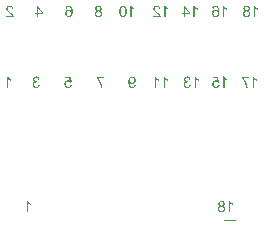
<source format=gbo>
G04*
G04 #@! TF.GenerationSoftware,Altium Limited,Altium Designer,23.8.1 (32)*
G04*
G04 Layer_Color=32896*
%FSLAX44Y44*%
%MOMM*%
G71*
G04*
G04 #@! TF.SameCoordinates,6494198D-2EC0-4251-8973-295BD9C13288*
G04*
G04*
G04 #@! TF.FilePolarity,Positive*
G04*
G01*
G75*
%ADD11C,0.1000*%
G36*
X376566Y245972D02*
X376641Y245859D01*
X376801Y245625D01*
X376969Y245410D01*
X377138Y245213D01*
X377223Y245128D01*
X377298Y245044D01*
X377373Y244978D01*
X377429Y244913D01*
X377476Y244866D01*
X377522Y244828D01*
X377541Y244810D01*
X377551Y244800D01*
X377841Y244566D01*
X378132Y244350D01*
X378422Y244154D01*
X378694Y243994D01*
X378816Y243919D01*
X378928Y243863D01*
X379022Y243807D01*
X379106Y243760D01*
X379181Y243722D01*
X379228Y243694D01*
X379266Y243685D01*
X379275Y243676D01*
Y242542D01*
X379069Y242626D01*
X378853Y242720D01*
X378647Y242823D01*
X378460Y242916D01*
X378291Y243001D01*
X378225Y243038D01*
X378160Y243076D01*
X378113Y243104D01*
X378075Y243123D01*
X378057Y243141D01*
X378047D01*
X377804Y243291D01*
X377579Y243441D01*
X377382Y243582D01*
X377223Y243704D01*
X377091Y243807D01*
X376998Y243891D01*
X376969Y243919D01*
X376941Y243938D01*
X376932Y243957D01*
X376923D01*
Y236449D01*
X375742D01*
Y246094D01*
X376510D01*
X376566Y245972D01*
D02*
G37*
G36*
X369818Y246084D02*
X370043Y246066D01*
X370240Y246028D01*
X370437Y245981D01*
X370615Y245925D01*
X370784Y245869D01*
X370933Y245803D01*
X371065Y245738D01*
X371187Y245663D01*
X371299Y245597D01*
X371383Y245541D01*
X371458Y245485D01*
X371524Y245438D01*
X371562Y245400D01*
X371590Y245381D01*
X371599Y245372D01*
X371730Y245231D01*
X371843Y245091D01*
X371946Y244941D01*
X372030Y244800D01*
X372105Y244650D01*
X372161Y244500D01*
X372217Y244360D01*
X372255Y244229D01*
X372283Y244097D01*
X372311Y243976D01*
X372330Y243872D01*
X372339Y243788D01*
Y243713D01*
X372349Y243657D01*
Y243619D01*
Y243610D01*
X372330Y243357D01*
X372293Y243132D01*
X372236Y242926D01*
X372171Y242757D01*
X372114Y242617D01*
X372086Y242560D01*
X372058Y242504D01*
X372030Y242467D01*
X372021Y242438D01*
X372002Y242429D01*
Y242420D01*
X371852Y242242D01*
X371683Y242092D01*
X371496Y241960D01*
X371318Y241848D01*
X371158Y241764D01*
X371083Y241726D01*
X371027Y241698D01*
X370980Y241679D01*
X370933Y241660D01*
X370915Y241651D01*
X370905D01*
X371065Y241604D01*
X371215Y241548D01*
X371355Y241492D01*
X371487Y241426D01*
X371608Y241351D01*
X371721Y241276D01*
X371824Y241211D01*
X371918Y241136D01*
X371993Y241070D01*
X372068Y241004D01*
X372124Y240948D01*
X372180Y240892D01*
X372217Y240845D01*
X372246Y240817D01*
X372255Y240798D01*
X372264Y240789D01*
X372349Y240667D01*
X372414Y240545D01*
X372480Y240414D01*
X372536Y240283D01*
X372621Y240020D01*
X372677Y239767D01*
X372696Y239655D01*
X372705Y239552D01*
X372714Y239458D01*
X372724Y239383D01*
X372733Y239317D01*
Y239261D01*
Y239233D01*
Y239224D01*
X372724Y238989D01*
X372696Y238774D01*
X372649Y238568D01*
X372602Y238371D01*
X372536Y238183D01*
X372461Y238005D01*
X372386Y237846D01*
X372302Y237705D01*
X372217Y237574D01*
X372143Y237462D01*
X372068Y237358D01*
X372002Y237274D01*
X371946Y237208D01*
X371908Y237162D01*
X371880Y237134D01*
X371871Y237124D01*
X371702Y236974D01*
X371524Y236852D01*
X371337Y236740D01*
X371140Y236646D01*
X370952Y236562D01*
X370765Y236496D01*
X370577Y236440D01*
X370399Y236393D01*
X370231Y236356D01*
X370071Y236337D01*
X369931Y236318D01*
X369809Y236299D01*
X369715D01*
X369640Y236290D01*
X369575D01*
X369312Y236299D01*
X369068Y236327D01*
X368834Y236365D01*
X368619Y236421D01*
X368412Y236487D01*
X368225Y236552D01*
X368047Y236627D01*
X367887Y236712D01*
X367756Y236787D01*
X367625Y236862D01*
X367522Y236927D01*
X367438Y236993D01*
X367372Y237049D01*
X367316Y237087D01*
X367288Y237115D01*
X367278Y237124D01*
X367128Y237283D01*
X366988Y237452D01*
X366875Y237621D01*
X366772Y237799D01*
X366688Y237977D01*
X366622Y238146D01*
X366566Y238314D01*
X366519Y238474D01*
X366482Y238624D01*
X366453Y238764D01*
X366435Y238886D01*
X366416Y238989D01*
Y239074D01*
X366407Y239139D01*
Y239186D01*
Y239195D01*
X366416Y239364D01*
X366425Y239514D01*
X366482Y239814D01*
X366557Y240067D01*
X366594Y240189D01*
X366641Y240292D01*
X366688Y240386D01*
X366725Y240480D01*
X366763Y240545D01*
X366800Y240611D01*
X366828Y240658D01*
X366856Y240695D01*
X366866Y240714D01*
X366875Y240723D01*
X366969Y240836D01*
X367063Y240948D01*
X367278Y241136D01*
X367503Y241295D01*
X367719Y241426D01*
X367915Y241529D01*
X368000Y241567D01*
X368075Y241595D01*
X368131Y241623D01*
X368178Y241642D01*
X368206Y241651D01*
X368215D01*
X367962Y241764D01*
X367747Y241885D01*
X367569Y242007D01*
X367419Y242129D01*
X367306Y242242D01*
X367222Y242326D01*
X367175Y242392D01*
X367156Y242401D01*
Y242410D01*
X367034Y242607D01*
X366950Y242804D01*
X366884Y243001D01*
X366847Y243179D01*
X366819Y243338D01*
X366810Y243413D01*
Y243469D01*
X366800Y243516D01*
Y243554D01*
Y243573D01*
Y243582D01*
X366810Y243779D01*
X366828Y243957D01*
X366875Y244135D01*
X366922Y244304D01*
X366978Y244463D01*
X367044Y244604D01*
X367109Y244744D01*
X367184Y244866D01*
X367259Y244978D01*
X367325Y245072D01*
X367391Y245166D01*
X367447Y245231D01*
X367494Y245288D01*
X367531Y245325D01*
X367559Y245353D01*
X367569Y245363D01*
X367719Y245494D01*
X367878Y245606D01*
X368037Y245700D01*
X368206Y245784D01*
X368375Y245859D01*
X368544Y245916D01*
X368712Y245963D01*
X368871Y246000D01*
X369021Y246028D01*
X369153Y246056D01*
X369274Y246075D01*
X369387Y246084D01*
X369471Y246094D01*
X369593D01*
X369818Y246084D01*
D02*
G37*
G36*
X375566Y185813D02*
X375641Y185700D01*
X375801Y185466D01*
X375970Y185250D01*
X376138Y185053D01*
X376222Y184969D01*
X376297Y184885D01*
X376372Y184819D01*
X376429Y184753D01*
X376476Y184707D01*
X376522Y184669D01*
X376541Y184650D01*
X376551Y184641D01*
X376841Y184407D01*
X377132Y184191D01*
X377422Y183994D01*
X377694Y183835D01*
X377816Y183760D01*
X377928Y183704D01*
X378022Y183647D01*
X378106Y183601D01*
X378181Y183563D01*
X378228Y183535D01*
X378266Y183526D01*
X378275Y183516D01*
Y182382D01*
X378069Y182467D01*
X377853Y182560D01*
X377647Y182663D01*
X377460Y182757D01*
X377291Y182841D01*
X377225Y182879D01*
X377160Y182917D01*
X377113Y182945D01*
X377075Y182963D01*
X377057Y182982D01*
X377047D01*
X376804Y183132D01*
X376579Y183282D01*
X376382Y183423D01*
X376222Y183544D01*
X376091Y183647D01*
X375998Y183732D01*
X375970Y183760D01*
X375941Y183779D01*
X375932Y183797D01*
X375923D01*
Y176290D01*
X374742D01*
Y185935D01*
X375510D01*
X375566Y185813D01*
D02*
G37*
G36*
X371639Y184641D02*
X366944D01*
X367112Y184444D01*
X367272Y184238D01*
X367590Y183816D01*
X367872Y183395D01*
X368003Y183188D01*
X368125Y182992D01*
X368237Y182813D01*
X368340Y182645D01*
X368424Y182495D01*
X368499Y182373D01*
X368556Y182260D01*
X368603Y182185D01*
X368631Y182139D01*
X368640Y182120D01*
X368921Y181557D01*
X369165Y181005D01*
X369277Y180742D01*
X369371Y180480D01*
X369465Y180236D01*
X369549Y180011D01*
X369624Y179795D01*
X369680Y179608D01*
X369737Y179439D01*
X369784Y179289D01*
X369812Y179177D01*
X369840Y179093D01*
X369849Y179036D01*
X369859Y179027D01*
Y179018D01*
X369934Y178727D01*
X369999Y178436D01*
X370055Y178174D01*
X370102Y177911D01*
X370149Y177677D01*
X370187Y177452D01*
X370215Y177246D01*
X370233Y177049D01*
X370252Y176880D01*
X370271Y176731D01*
X370280Y176599D01*
X370290Y176487D01*
Y176402D01*
X370299Y176346D01*
Y176299D01*
Y176290D01*
X369090D01*
X369043Y176815D01*
X369015Y177068D01*
X368978Y177302D01*
X368940Y177537D01*
X368903Y177752D01*
X368865Y177958D01*
X368828Y178146D01*
X368790Y178314D01*
X368762Y178465D01*
X368724Y178605D01*
X368696Y178717D01*
X368678Y178802D01*
X368659Y178867D01*
X368640Y178914D01*
Y178924D01*
X368546Y179242D01*
X368443Y179561D01*
X368331Y179870D01*
X368218Y180170D01*
X368106Y180452D01*
X367984Y180733D01*
X367872Y180986D01*
X367759Y181229D01*
X367656Y181454D01*
X367562Y181651D01*
X367478Y181829D01*
X367403Y181970D01*
X367337Y182092D01*
X367290Y182176D01*
X367262Y182232D01*
X367253Y182251D01*
X367084Y182551D01*
X366916Y182832D01*
X366747Y183095D01*
X366587Y183338D01*
X366428Y183573D01*
X366278Y183788D01*
X366128Y183985D01*
X365997Y184163D01*
X365875Y184322D01*
X365763Y184463D01*
X365669Y184575D01*
X365585Y184678D01*
X365519Y184753D01*
X365463Y184810D01*
X365435Y184847D01*
X365425Y184857D01*
Y185775D01*
X371639D01*
Y184641D01*
D02*
G37*
G36*
X350566Y185972D02*
X350641Y185860D01*
X350801Y185625D01*
X350970Y185410D01*
X351138Y185213D01*
X351222Y185128D01*
X351297Y185044D01*
X351372Y184978D01*
X351429Y184913D01*
X351476Y184866D01*
X351522Y184828D01*
X351541Y184810D01*
X351551Y184800D01*
X351841Y184566D01*
X352132Y184350D01*
X352422Y184154D01*
X352694Y183994D01*
X352816Y183919D01*
X352928Y183863D01*
X353022Y183807D01*
X353106Y183760D01*
X353181Y183722D01*
X353228Y183694D01*
X353266Y183685D01*
X353275Y183676D01*
Y182542D01*
X353069Y182626D01*
X352853Y182720D01*
X352647Y182823D01*
X352460Y182917D01*
X352291Y183001D01*
X352225Y183038D01*
X352160Y183076D01*
X352113Y183104D01*
X352075Y183123D01*
X352057Y183141D01*
X352047D01*
X351804Y183291D01*
X351579Y183441D01*
X351382Y183582D01*
X351222Y183704D01*
X351091Y183807D01*
X350998Y183891D01*
X350970Y183919D01*
X350941Y183938D01*
X350932Y183957D01*
X350923D01*
Y176449D01*
X349742D01*
Y186094D01*
X350510D01*
X350566Y185972D01*
D02*
G37*
G36*
X346517Y180995D02*
X345411Y180854D01*
X345308Y180995D01*
X345187Y181126D01*
X345074Y181239D01*
X344952Y181342D01*
X344859Y181417D01*
X344774Y181473D01*
X344718Y181511D01*
X344709Y181520D01*
X344699D01*
X344521Y181604D01*
X344343Y181670D01*
X344174Y181717D01*
X344015Y181754D01*
X343874Y181773D01*
X343818D01*
X343762Y181782D01*
X343668D01*
X343499Y181773D01*
X343340Y181754D01*
X343190Y181726D01*
X343040Y181689D01*
X342909Y181642D01*
X342787Y181595D01*
X342675Y181539D01*
X342572Y181492D01*
X342487Y181436D01*
X342403Y181379D01*
X342337Y181332D01*
X342281Y181286D01*
X342234Y181248D01*
X342206Y181220D01*
X342187Y181201D01*
X342178Y181192D01*
X342075Y181079D01*
X341991Y180958D01*
X341916Y180826D01*
X341850Y180695D01*
X341794Y180564D01*
X341747Y180433D01*
X341681Y180180D01*
X341653Y180058D01*
X341634Y179945D01*
X341625Y179852D01*
X341616Y179767D01*
X341606Y179692D01*
Y179645D01*
Y179608D01*
Y179599D01*
X341616Y179402D01*
X341634Y179224D01*
X341662Y179046D01*
X341700Y178886D01*
X341747Y178736D01*
X341794Y178596D01*
X341850Y178465D01*
X341897Y178352D01*
X341953Y178249D01*
X342009Y178155D01*
X342056Y178071D01*
X342103Y178015D01*
X342141Y177958D01*
X342169Y177921D01*
X342187Y177902D01*
X342197Y177893D01*
X342309Y177780D01*
X342431Y177687D01*
X342553Y177602D01*
X342675Y177527D01*
X342797Y177462D01*
X342909Y177415D01*
X343143Y177340D01*
X343246Y177312D01*
X343340Y177293D01*
X343424Y177274D01*
X343499Y177265D01*
X343556Y177255D01*
X343640D01*
X343771Y177265D01*
X343893Y177274D01*
X344128Y177330D01*
X344334Y177396D01*
X344512Y177480D01*
X344662Y177565D01*
X344718Y177602D01*
X344765Y177640D01*
X344802Y177668D01*
X344830Y177687D01*
X344849Y177696D01*
X344859Y177705D01*
X344943Y177799D01*
X345027Y177893D01*
X345168Y178118D01*
X345271Y178343D01*
X345355Y178558D01*
X345421Y178764D01*
X345440Y178849D01*
X345458Y178924D01*
X345468Y178989D01*
X345477Y179036D01*
X345486Y179064D01*
Y179074D01*
X346724Y178971D01*
X346696Y178746D01*
X346649Y178540D01*
X346592Y178343D01*
X346527Y178155D01*
X346452Y177977D01*
X346377Y177818D01*
X346292Y177668D01*
X346208Y177537D01*
X346133Y177424D01*
X346049Y177321D01*
X345983Y177227D01*
X345918Y177152D01*
X345861Y177096D01*
X345824Y177059D01*
X345796Y177031D01*
X345786Y177021D01*
X345627Y176890D01*
X345458Y176777D01*
X345280Y176684D01*
X345102Y176599D01*
X344915Y176524D01*
X344737Y176468D01*
X344568Y176421D01*
X344399Y176384D01*
X344240Y176356D01*
X344099Y176327D01*
X343968Y176309D01*
X343856Y176299D01*
X343762D01*
X343696Y176290D01*
X343640D01*
X343349Y176299D01*
X343068Y176337D01*
X342815Y176393D01*
X342572Y176468D01*
X342347Y176562D01*
X342141Y176656D01*
X341953Y176759D01*
X341775Y176871D01*
X341625Y176984D01*
X341494Y177087D01*
X341381Y177180D01*
X341288Y177274D01*
X341213Y177349D01*
X341166Y177405D01*
X341128Y177443D01*
X341119Y177452D01*
X340988Y177630D01*
X340866Y177818D01*
X340763Y178015D01*
X340678Y178202D01*
X340603Y178389D01*
X340538Y178577D01*
X340491Y178764D01*
X340444Y178933D01*
X340416Y179093D01*
X340388Y179242D01*
X340369Y179374D01*
X340360Y179486D01*
Y179580D01*
X340350Y179645D01*
Y179683D01*
Y179702D01*
X340360Y179955D01*
X340388Y180198D01*
X340435Y180423D01*
X340481Y180639D01*
X340556Y180836D01*
X340622Y181023D01*
X340706Y181192D01*
X340781Y181342D01*
X340866Y181483D01*
X340950Y181604D01*
X341016Y181707D01*
X341081Y181792D01*
X341138Y181857D01*
X341185Y181914D01*
X341213Y181942D01*
X341222Y181951D01*
X341391Y182101D01*
X341559Y182242D01*
X341737Y182354D01*
X341916Y182457D01*
X342094Y182542D01*
X342272Y182607D01*
X342450Y182663D01*
X342609Y182710D01*
X342759Y182748D01*
X342900Y182776D01*
X343031Y182795D01*
X343134Y182813D01*
X343228D01*
X343293Y182823D01*
X343349D01*
X343528Y182813D01*
X343706Y182795D01*
X343874Y182766D01*
X344034Y182729D01*
X344343Y182626D01*
X344484Y182579D01*
X344615Y182523D01*
X344737Y182457D01*
X344840Y182410D01*
X344943Y182354D01*
X345018Y182307D01*
X345084Y182270D01*
X345130Y182242D01*
X345158Y182223D01*
X345168Y182213D01*
X344652Y184810D01*
X340800D01*
Y185935D01*
X345590D01*
X346517Y180995D01*
D02*
G37*
G36*
X350291Y245972D02*
X350366Y245859D01*
X350526Y245625D01*
X350694Y245410D01*
X350863Y245213D01*
X350947Y245128D01*
X351022Y245044D01*
X351097Y244978D01*
X351154Y244913D01*
X351200Y244866D01*
X351247Y244828D01*
X351266Y244810D01*
X351275Y244800D01*
X351566Y244566D01*
X351856Y244350D01*
X352147Y244154D01*
X352419Y243994D01*
X352541Y243919D01*
X352653Y243863D01*
X352747Y243807D01*
X352831Y243760D01*
X352906Y243722D01*
X352953Y243694D01*
X352991Y243685D01*
X353000Y243676D01*
Y242542D01*
X352794Y242626D01*
X352578Y242720D01*
X352372Y242823D01*
X352185Y242916D01*
X352016Y243001D01*
X351950Y243038D01*
X351885Y243076D01*
X351838Y243104D01*
X351800Y243123D01*
X351782Y243141D01*
X351772D01*
X351529Y243291D01*
X351304Y243441D01*
X351107Y243582D01*
X350947Y243704D01*
X350816Y243807D01*
X350723Y243891D01*
X350694Y243919D01*
X350666Y243938D01*
X350657Y243957D01*
X350648D01*
Y236449D01*
X349467D01*
Y246094D01*
X350235D01*
X350291Y245972D01*
D02*
G37*
G36*
X343337Y246084D02*
X343599Y246047D01*
X343843Y245991D01*
X344077Y245925D01*
X344293Y245841D01*
X344490Y245747D01*
X344668Y245644D01*
X344837Y245541D01*
X344977Y245438D01*
X345108Y245335D01*
X345221Y245241D01*
X345305Y245156D01*
X345380Y245091D01*
X345436Y245035D01*
X345464Y244997D01*
X345474Y244988D01*
X345652Y244735D01*
X345811Y244454D01*
X345952Y244144D01*
X346064Y243826D01*
X346167Y243488D01*
X346242Y243151D01*
X346317Y242813D01*
X346364Y242485D01*
X346411Y242176D01*
X346439Y241885D01*
X346467Y241623D01*
X346477Y241501D01*
Y241398D01*
X346486Y241295D01*
Y241201D01*
X346495Y241126D01*
Y241061D01*
Y241004D01*
Y240967D01*
Y240948D01*
Y240939D01*
X346486Y240489D01*
X346458Y240077D01*
X346411Y239683D01*
X346345Y239336D01*
X346280Y239008D01*
X346205Y238717D01*
X346120Y238455D01*
X346027Y238221D01*
X345942Y238015D01*
X345858Y237846D01*
X345783Y237696D01*
X345708Y237574D01*
X345652Y237480D01*
X345605Y237424D01*
X345577Y237377D01*
X345568Y237368D01*
X345390Y237180D01*
X345202Y237012D01*
X345005Y236871D01*
X344799Y236749D01*
X344602Y236637D01*
X344396Y236552D01*
X344208Y236478D01*
X344021Y236421D01*
X343843Y236384D01*
X343684Y236346D01*
X343534Y236327D01*
X343412Y236309D01*
X343309Y236299D01*
X343234Y236290D01*
X343168D01*
X343009Y236299D01*
X342850Y236309D01*
X342559Y236356D01*
X342296Y236421D01*
X342175Y236459D01*
X342072Y236496D01*
X341968Y236534D01*
X341884Y236571D01*
X341809Y236609D01*
X341744Y236637D01*
X341687Y236665D01*
X341650Y236684D01*
X341631Y236702D01*
X341622D01*
X341378Y236871D01*
X341162Y237059D01*
X340984Y237255D01*
X340825Y237452D01*
X340703Y237621D01*
X340656Y237696D01*
X340619Y237761D01*
X340581Y237808D01*
X340563Y237846D01*
X340544Y237874D01*
Y237883D01*
X340413Y238183D01*
X340319Y238474D01*
X340244Y238755D01*
X340197Y239017D01*
X340178Y239139D01*
X340169Y239242D01*
X340159Y239336D01*
Y239421D01*
X340150Y239486D01*
Y239533D01*
Y239561D01*
Y239570D01*
X340159Y239823D01*
X340188Y240058D01*
X340225Y240283D01*
X340281Y240498D01*
X340347Y240695D01*
X340413Y240883D01*
X340488Y241051D01*
X340563Y241201D01*
X340647Y241342D01*
X340722Y241464D01*
X340788Y241567D01*
X340853Y241651D01*
X340909Y241717D01*
X340947Y241773D01*
X340975Y241801D01*
X340984Y241810D01*
X341144Y241960D01*
X341303Y242101D01*
X341472Y242213D01*
X341650Y242317D01*
X341819Y242401D01*
X341978Y242467D01*
X342146Y242523D01*
X342296Y242570D01*
X342437Y242607D01*
X342568Y242635D01*
X342690Y242654D01*
X342793Y242673D01*
X342878D01*
X342934Y242682D01*
X342990D01*
X343243Y242673D01*
X343477Y242635D01*
X343693Y242579D01*
X343890Y242523D01*
X343974Y242495D01*
X344049Y242467D01*
X344115Y242438D01*
X344180Y242410D01*
X344218Y242392D01*
X344255Y242373D01*
X344274Y242363D01*
X344283D01*
X344508Y242232D01*
X344705Y242082D01*
X344883Y241923D01*
X345033Y241764D01*
X345155Y241623D01*
X345211Y241557D01*
X345249Y241501D01*
X345277Y241464D01*
X345305Y241426D01*
X345314Y241407D01*
X345324Y241398D01*
X345314Y241660D01*
X345305Y241904D01*
X345286Y242139D01*
X345268Y242354D01*
X345239Y242551D01*
X345211Y242738D01*
X345183Y242898D01*
X345155Y243048D01*
X345127Y243179D01*
X345099Y243301D01*
X345071Y243394D01*
X345043Y243479D01*
X345024Y243535D01*
X345005Y243582D01*
X344996Y243610D01*
Y243619D01*
X344865Y243901D01*
X344724Y244135D01*
X344574Y244341D01*
X344433Y244510D01*
X344302Y244641D01*
X344208Y244735D01*
X344171Y244772D01*
X344143Y244791D01*
X344124Y244810D01*
X344115D01*
X343946Y244913D01*
X343777Y244997D01*
X343609Y245053D01*
X343459Y245091D01*
X343318Y245110D01*
X343215Y245128D01*
X343121D01*
X342990Y245119D01*
X342868Y245110D01*
X342643Y245053D01*
X342437Y244969D01*
X342268Y244875D01*
X342128Y244782D01*
X342072Y244744D01*
X342025Y244697D01*
X341987Y244669D01*
X341959Y244641D01*
X341950Y244632D01*
X341940Y244622D01*
X341837Y244491D01*
X341744Y244332D01*
X341669Y244163D01*
X341603Y243994D01*
X341556Y243844D01*
X341537Y243779D01*
X341519Y243722D01*
X341509Y243676D01*
X341500Y243638D01*
X341491Y243619D01*
Y243610D01*
X340319Y243704D01*
X340356Y243910D01*
X340403Y244097D01*
X340450Y244275D01*
X340516Y244444D01*
X340591Y244604D01*
X340656Y244744D01*
X340731Y244885D01*
X340806Y244997D01*
X340881Y245100D01*
X340956Y245194D01*
X341022Y245278D01*
X341078Y245344D01*
X341125Y245391D01*
X341162Y245428D01*
X341181Y245447D01*
X341190Y245456D01*
X341331Y245569D01*
X341481Y245663D01*
X341631Y245756D01*
X341790Y245822D01*
X341940Y245888D01*
X342100Y245934D01*
X342390Y246019D01*
X342531Y246038D01*
X342653Y246056D01*
X342765Y246075D01*
X342868Y246084D01*
X342943Y246094D01*
X343056D01*
X343337Y246084D01*
D02*
G37*
G36*
X325291Y245979D02*
X325366Y245867D01*
X325526Y245632D01*
X325694Y245417D01*
X325863Y245220D01*
X325947Y245135D01*
X326022Y245051D01*
X326097Y244986D01*
X326154Y244920D01*
X326200Y244873D01*
X326247Y244835D01*
X326266Y244817D01*
X326275Y244807D01*
X326566Y244573D01*
X326856Y244357D01*
X327147Y244161D01*
X327419Y244001D01*
X327541Y243926D01*
X327653Y243870D01*
X327747Y243814D01*
X327831Y243767D01*
X327906Y243730D01*
X327953Y243701D01*
X327991Y243692D01*
X328000Y243683D01*
Y242549D01*
X327794Y242633D01*
X327578Y242727D01*
X327372Y242830D01*
X327185Y242924D01*
X327016Y243008D01*
X326950Y243045D01*
X326885Y243083D01*
X326838Y243111D01*
X326800Y243130D01*
X326782Y243148D01*
X326772D01*
X326529Y243298D01*
X326304Y243448D01*
X326107Y243589D01*
X325947Y243711D01*
X325816Y243814D01*
X325723Y243898D01*
X325694Y243926D01*
X325666Y243945D01*
X325657Y243964D01*
X325648D01*
Y236456D01*
X324467D01*
Y246101D01*
X325235D01*
X325291Y245979D01*
D02*
G37*
G36*
X321833Y239831D02*
Y238753D01*
X317662D01*
Y236456D01*
X316481D01*
Y238753D01*
X315188D01*
Y239831D01*
X316481D01*
Y246063D01*
X317446D01*
X321833Y239831D01*
D02*
G37*
G36*
X219156Y246084D02*
X219419Y246047D01*
X219663Y245991D01*
X219897Y245925D01*
X220112Y245841D01*
X220309Y245747D01*
X220487Y245644D01*
X220656Y245541D01*
X220797Y245438D01*
X220928Y245335D01*
X221040Y245241D01*
X221125Y245156D01*
X221200Y245091D01*
X221256Y245035D01*
X221284Y244997D01*
X221294Y244988D01*
X221472Y244735D01*
X221631Y244454D01*
X221772Y244144D01*
X221884Y243826D01*
X221987Y243488D01*
X222062Y243151D01*
X222137Y242813D01*
X222184Y242485D01*
X222231Y242176D01*
X222259Y241885D01*
X222287Y241623D01*
X222296Y241501D01*
Y241398D01*
X222306Y241295D01*
Y241201D01*
X222315Y241126D01*
Y241061D01*
Y241004D01*
Y240967D01*
Y240948D01*
Y240939D01*
X222306Y240489D01*
X222278Y240077D01*
X222231Y239683D01*
X222165Y239336D01*
X222099Y239008D01*
X222024Y238717D01*
X221940Y238455D01*
X221846Y238221D01*
X221762Y238015D01*
X221678Y237846D01*
X221603Y237696D01*
X221528Y237574D01*
X221472Y237480D01*
X221425Y237424D01*
X221397Y237377D01*
X221387Y237368D01*
X221209Y237180D01*
X221022Y237012D01*
X220825Y236871D01*
X220619Y236749D01*
X220422Y236637D01*
X220216Y236552D01*
X220028Y236478D01*
X219841Y236421D01*
X219663Y236384D01*
X219503Y236346D01*
X219353Y236327D01*
X219231Y236309D01*
X219128Y236299D01*
X219053Y236290D01*
X218988D01*
X218829Y236299D01*
X218669Y236309D01*
X218379Y236356D01*
X218116Y236421D01*
X217994Y236459D01*
X217891Y236496D01*
X217788Y236534D01*
X217704Y236571D01*
X217629Y236609D01*
X217563Y236637D01*
X217507Y236665D01*
X217469Y236684D01*
X217451Y236702D01*
X217441D01*
X217198Y236871D01*
X216982Y237059D01*
X216804Y237255D01*
X216645Y237452D01*
X216523Y237621D01*
X216476Y237696D01*
X216439Y237761D01*
X216401Y237808D01*
X216382Y237846D01*
X216364Y237874D01*
Y237883D01*
X216232Y238183D01*
X216138Y238474D01*
X216064Y238755D01*
X216017Y239017D01*
X215998Y239139D01*
X215989Y239242D01*
X215979Y239336D01*
Y239421D01*
X215970Y239486D01*
Y239533D01*
Y239561D01*
Y239570D01*
X215979Y239823D01*
X216007Y240058D01*
X216045Y240283D01*
X216101Y240498D01*
X216167Y240695D01*
X216232Y240883D01*
X216307Y241051D01*
X216382Y241201D01*
X216467Y241342D01*
X216542Y241464D01*
X216607Y241567D01*
X216673Y241651D01*
X216729Y241717D01*
X216766Y241773D01*
X216795Y241801D01*
X216804Y241810D01*
X216963Y241960D01*
X217123Y242101D01*
X217291Y242213D01*
X217469Y242317D01*
X217638Y242401D01*
X217798Y242467D01*
X217966Y242523D01*
X218116Y242570D01*
X218257Y242607D01*
X218388Y242635D01*
X218510Y242654D01*
X218613Y242673D01*
X218697D01*
X218754Y242682D01*
X218810D01*
X219063Y242673D01*
X219297Y242635D01*
X219513Y242579D01*
X219709Y242523D01*
X219794Y242495D01*
X219869Y242467D01*
X219934Y242438D01*
X220000Y242410D01*
X220037Y242392D01*
X220075Y242373D01*
X220094Y242363D01*
X220103D01*
X220328Y242232D01*
X220525Y242082D01*
X220703Y241923D01*
X220853Y241764D01*
X220975Y241623D01*
X221031Y241557D01*
X221068Y241501D01*
X221097Y241464D01*
X221125Y241426D01*
X221134Y241407D01*
X221143Y241398D01*
X221134Y241660D01*
X221125Y241904D01*
X221106Y242139D01*
X221087Y242354D01*
X221059Y242551D01*
X221031Y242738D01*
X221003Y242898D01*
X220975Y243048D01*
X220947Y243179D01*
X220919Y243301D01*
X220890Y243394D01*
X220862Y243479D01*
X220844Y243535D01*
X220825Y243582D01*
X220816Y243610D01*
Y243619D01*
X220684Y243901D01*
X220544Y244135D01*
X220394Y244341D01*
X220253Y244510D01*
X220122Y244641D01*
X220028Y244735D01*
X219991Y244772D01*
X219963Y244791D01*
X219944Y244810D01*
X219934D01*
X219766Y244913D01*
X219597Y244997D01*
X219428Y245053D01*
X219278Y245091D01*
X219138Y245110D01*
X219035Y245128D01*
X218941D01*
X218810Y245119D01*
X218688Y245110D01*
X218463Y245053D01*
X218257Y244969D01*
X218088Y244875D01*
X217947Y244782D01*
X217891Y244744D01*
X217844Y244697D01*
X217807Y244669D01*
X217779Y244641D01*
X217769Y244632D01*
X217760Y244622D01*
X217657Y244491D01*
X217563Y244332D01*
X217488Y244163D01*
X217423Y243994D01*
X217376Y243844D01*
X217357Y243779D01*
X217338Y243722D01*
X217329Y243676D01*
X217320Y243638D01*
X217310Y243619D01*
Y243610D01*
X216138Y243704D01*
X216176Y243910D01*
X216223Y244097D01*
X216270Y244275D01*
X216335Y244444D01*
X216410Y244604D01*
X216476Y244744D01*
X216551Y244885D01*
X216626Y244997D01*
X216701Y245100D01*
X216776Y245194D01*
X216842Y245278D01*
X216898Y245344D01*
X216945Y245391D01*
X216982Y245428D01*
X217001Y245447D01*
X217010Y245456D01*
X217151Y245569D01*
X217301Y245663D01*
X217451Y245756D01*
X217610Y245822D01*
X217760Y245888D01*
X217919Y245934D01*
X218210Y246019D01*
X218351Y246038D01*
X218472Y246056D01*
X218585Y246075D01*
X218688Y246084D01*
X218763Y246094D01*
X218875D01*
X219156Y246084D01*
D02*
G37*
G36*
X169279Y246091D02*
X169513Y246073D01*
X169738Y246035D01*
X169944Y245988D01*
X170141Y245932D01*
X170319Y245876D01*
X170478Y245810D01*
X170628Y245745D01*
X170760Y245679D01*
X170882Y245613D01*
X170975Y245557D01*
X171060Y245501D01*
X171125Y245454D01*
X171172Y245417D01*
X171200Y245398D01*
X171210Y245389D01*
X171350Y245248D01*
X171481Y245098D01*
X171594Y244939D01*
X171697Y244770D01*
X171781Y244592D01*
X171856Y244423D01*
X171922Y244254D01*
X171978Y244095D01*
X172016Y243936D01*
X172053Y243795D01*
X172081Y243664D01*
X172109Y243552D01*
X172119Y243458D01*
X172128Y243383D01*
X172137Y243345D01*
Y243326D01*
X170928Y243205D01*
X170919Y243373D01*
X170910Y243523D01*
X170882Y243673D01*
X170853Y243804D01*
X170807Y243926D01*
X170769Y244048D01*
X170722Y244151D01*
X170675Y244245D01*
X170628Y244329D01*
X170581Y244404D01*
X170535Y244470D01*
X170497Y244517D01*
X170469Y244554D01*
X170441Y244592D01*
X170432Y244601D01*
X170422Y244611D01*
X170319Y244704D01*
X170216Y244779D01*
X170103Y244854D01*
X169991Y244911D01*
X169766Y245004D01*
X169541Y245061D01*
X169447Y245079D01*
X169354Y245098D01*
X169269Y245107D01*
X169194Y245117D01*
X169138Y245126D01*
X169054D01*
X168904Y245117D01*
X168763Y245107D01*
X168510Y245051D01*
X168285Y244976D01*
X168182Y244929D01*
X168098Y244882D01*
X168013Y244835D01*
X167948Y244789D01*
X167882Y244751D01*
X167835Y244714D01*
X167798Y244686D01*
X167760Y244657D01*
X167751Y244648D01*
X167742Y244639D01*
X167648Y244545D01*
X167573Y244451D01*
X167507Y244348D01*
X167451Y244254D01*
X167357Y244058D01*
X167301Y243870D01*
X167264Y243701D01*
X167254Y243636D01*
X167245Y243580D01*
X167236Y243523D01*
Y243486D01*
Y243467D01*
Y243458D01*
X167245Y243336D01*
X167264Y243205D01*
X167292Y243083D01*
X167320Y242952D01*
X167414Y242717D01*
X167517Y242502D01*
X167573Y242408D01*
X167620Y242314D01*
X167667Y242239D01*
X167714Y242174D01*
X167742Y242118D01*
X167770Y242080D01*
X167789Y242052D01*
X167798Y242043D01*
X167910Y241893D01*
X168051Y241743D01*
X168201Y241574D01*
X168360Y241405D01*
X168707Y241068D01*
X169063Y240740D01*
X169232Y240590D01*
X169391Y240449D01*
X169532Y240318D01*
X169663Y240215D01*
X169766Y240121D01*
X169851Y240056D01*
X169897Y240018D01*
X169916Y239999D01*
X170094Y239849D01*
X170272Y239699D01*
X170432Y239559D01*
X170581Y239428D01*
X170713Y239296D01*
X170844Y239174D01*
X170956Y239062D01*
X171060Y238968D01*
X171153Y238875D01*
X171228Y238790D01*
X171294Y238715D01*
X171350Y238659D01*
X171397Y238612D01*
X171425Y238575D01*
X171444Y238556D01*
X171453Y238547D01*
X171641Y238312D01*
X171800Y238087D01*
X171931Y237872D01*
X172044Y237675D01*
X172128Y237506D01*
X172156Y237440D01*
X172184Y237384D01*
X172203Y237337D01*
X172222Y237300D01*
X172231Y237281D01*
Y237272D01*
X172278Y237122D01*
X172316Y236981D01*
X172334Y236841D01*
X172353Y236719D01*
X172362Y236606D01*
Y236531D01*
Y236475D01*
Y236466D01*
Y236456D01*
X166017D01*
Y237591D01*
X170732D01*
X170657Y237712D01*
X170572Y237825D01*
X170488Y237928D01*
X170413Y238031D01*
X170338Y238106D01*
X170282Y238172D01*
X170244Y238218D01*
X170235Y238228D01*
X170169Y238293D01*
X170085Y238368D01*
X169991Y238462D01*
X169888Y238556D01*
X169663Y238753D01*
X169438Y238950D01*
X169213Y239137D01*
X169119Y239221D01*
X169035Y239296D01*
X168969Y239353D01*
X168913Y239399D01*
X168876Y239428D01*
X168866Y239437D01*
X168641Y239634D01*
X168426Y239812D01*
X168229Y239990D01*
X168051Y240149D01*
X167882Y240299D01*
X167742Y240440D01*
X167601Y240571D01*
X167489Y240683D01*
X167386Y240787D01*
X167292Y240871D01*
X167226Y240946D01*
X167160Y241012D01*
X167114Y241058D01*
X167086Y241096D01*
X167067Y241115D01*
X167057Y241124D01*
X166861Y241349D01*
X166701Y241565D01*
X166561Y241771D01*
X166458Y241939D01*
X166373Y242089D01*
X166345Y242146D01*
X166317Y242202D01*
X166298Y242239D01*
X166280Y242267D01*
X166270Y242286D01*
Y242296D01*
X166186Y242502D01*
X166130Y242708D01*
X166083Y242905D01*
X166055Y243074D01*
X166036Y243223D01*
Y243280D01*
X166026Y243336D01*
Y243373D01*
Y243402D01*
Y243420D01*
Y243430D01*
X166036Y243636D01*
X166064Y243833D01*
X166101Y244030D01*
X166148Y244208D01*
X166214Y244376D01*
X166280Y244526D01*
X166355Y244676D01*
X166430Y244807D01*
X166504Y244929D01*
X166579Y245032D01*
X166645Y245117D01*
X166711Y245192D01*
X166758Y245257D01*
X166795Y245295D01*
X166823Y245323D01*
X166833Y245332D01*
X166992Y245464D01*
X167160Y245585D01*
X167329Y245688D01*
X167517Y245773D01*
X167695Y245848D01*
X167882Y245913D01*
X168060Y245960D01*
X168229Y246007D01*
X168398Y246035D01*
X168548Y246063D01*
X168679Y246082D01*
X168791Y246091D01*
X168895D01*
X168960Y246101D01*
X169026D01*
X169279Y246091D01*
D02*
G37*
G36*
X197193Y239872D02*
Y238794D01*
X193023D01*
Y236498D01*
X191842D01*
Y238794D01*
X190548D01*
Y239872D01*
X191842D01*
Y246105D01*
X192807D01*
X197193Y239872D01*
D02*
G37*
G36*
X293743Y246091D02*
X293978Y246073D01*
X294203Y246035D01*
X294409Y245988D01*
X294606Y245932D01*
X294784Y245876D01*
X294943Y245810D01*
X295093Y245745D01*
X295224Y245679D01*
X295346Y245613D01*
X295440Y245557D01*
X295524Y245501D01*
X295590Y245454D01*
X295637Y245417D01*
X295665Y245398D01*
X295674Y245389D01*
X295815Y245248D01*
X295946Y245098D01*
X296059Y244939D01*
X296162Y244770D01*
X296246Y244592D01*
X296321Y244423D01*
X296387Y244254D01*
X296443Y244095D01*
X296480Y243936D01*
X296518Y243795D01*
X296546Y243664D01*
X296574Y243552D01*
X296583Y243458D01*
X296593Y243383D01*
X296602Y243345D01*
Y243326D01*
X295393Y243205D01*
X295384Y243373D01*
X295374Y243523D01*
X295346Y243673D01*
X295318Y243804D01*
X295271Y243926D01*
X295234Y244048D01*
X295187Y244151D01*
X295140Y244245D01*
X295093Y244329D01*
X295046Y244404D01*
X294999Y244470D01*
X294962Y244517D01*
X294934Y244554D01*
X294906Y244592D01*
X294896Y244601D01*
X294887Y244611D01*
X294784Y244704D01*
X294681Y244779D01*
X294568Y244854D01*
X294456Y244911D01*
X294231Y245004D01*
X294006Y245061D01*
X293912Y245079D01*
X293818Y245098D01*
X293734Y245107D01*
X293659Y245117D01*
X293603Y245126D01*
X293519D01*
X293369Y245117D01*
X293228Y245107D01*
X292975Y245051D01*
X292750Y244976D01*
X292647Y244929D01*
X292563Y244882D01*
X292478Y244835D01*
X292413Y244789D01*
X292347Y244751D01*
X292300Y244714D01*
X292263Y244686D01*
X292225Y244657D01*
X292216Y244648D01*
X292206Y244639D01*
X292113Y244545D01*
X292038Y244451D01*
X291972Y244348D01*
X291916Y244254D01*
X291822Y244058D01*
X291766Y243870D01*
X291728Y243701D01*
X291719Y243636D01*
X291710Y243580D01*
X291700Y243523D01*
Y243486D01*
Y243467D01*
Y243458D01*
X291710Y243336D01*
X291728Y243205D01*
X291756Y243083D01*
X291785Y242952D01*
X291878Y242717D01*
X291982Y242502D01*
X292038Y242408D01*
X292085Y242314D01*
X292131Y242239D01*
X292178Y242174D01*
X292206Y242118D01*
X292234Y242080D01*
X292253Y242052D01*
X292263Y242043D01*
X292375Y241893D01*
X292516Y241743D01*
X292666Y241574D01*
X292825Y241405D01*
X293172Y241068D01*
X293528Y240740D01*
X293697Y240590D01*
X293856Y240449D01*
X293997Y240318D01*
X294128Y240215D01*
X294231Y240121D01*
X294315Y240056D01*
X294362Y240018D01*
X294381Y239999D01*
X294559Y239849D01*
X294737Y239699D01*
X294896Y239559D01*
X295046Y239428D01*
X295177Y239296D01*
X295309Y239174D01*
X295421Y239062D01*
X295524Y238968D01*
X295618Y238875D01*
X295693Y238790D01*
X295759Y238715D01*
X295815Y238659D01*
X295862Y238612D01*
X295890Y238575D01*
X295909Y238556D01*
X295918Y238547D01*
X296105Y238312D01*
X296265Y238087D01*
X296396Y237872D01*
X296508Y237675D01*
X296593Y237506D01*
X296621Y237440D01*
X296649Y237384D01*
X296668Y237337D01*
X296686Y237300D01*
X296696Y237281D01*
Y237272D01*
X296743Y237122D01*
X296780Y236981D01*
X296799Y236841D01*
X296818Y236719D01*
X296827Y236606D01*
Y236531D01*
Y236475D01*
Y236466D01*
Y236456D01*
X290482D01*
Y237591D01*
X295196D01*
X295121Y237712D01*
X295037Y237825D01*
X294953Y237928D01*
X294878Y238031D01*
X294803Y238106D01*
X294746Y238172D01*
X294709Y238218D01*
X294699Y238228D01*
X294634Y238293D01*
X294550Y238368D01*
X294456Y238462D01*
X294353Y238556D01*
X294128Y238753D01*
X293903Y238950D01*
X293678Y239137D01*
X293584Y239221D01*
X293500Y239296D01*
X293434Y239353D01*
X293378Y239399D01*
X293340Y239428D01*
X293331Y239437D01*
X293106Y239634D01*
X292891Y239812D01*
X292694Y239990D01*
X292516Y240149D01*
X292347Y240299D01*
X292206Y240440D01*
X292066Y240571D01*
X291953Y240683D01*
X291850Y240787D01*
X291756Y240871D01*
X291691Y240946D01*
X291625Y241012D01*
X291578Y241058D01*
X291550Y241096D01*
X291532Y241115D01*
X291522Y241124D01*
X291325Y241349D01*
X291166Y241565D01*
X291026Y241771D01*
X290922Y241939D01*
X290838Y242089D01*
X290810Y242146D01*
X290782Y242202D01*
X290763Y242239D01*
X290744Y242267D01*
X290735Y242286D01*
Y242296D01*
X290651Y242502D01*
X290594Y242708D01*
X290548Y242905D01*
X290519Y243074D01*
X290501Y243223D01*
Y243280D01*
X290491Y243336D01*
Y243373D01*
Y243402D01*
Y243420D01*
Y243430D01*
X290501Y243636D01*
X290529Y243833D01*
X290566Y244030D01*
X290613Y244208D01*
X290679Y244376D01*
X290744Y244526D01*
X290819Y244676D01*
X290894Y244807D01*
X290969Y244929D01*
X291044Y245032D01*
X291110Y245117D01*
X291175Y245192D01*
X291222Y245257D01*
X291260Y245295D01*
X291288Y245323D01*
X291297Y245332D01*
X291457Y245464D01*
X291625Y245585D01*
X291794Y245688D01*
X291982Y245773D01*
X292160Y245848D01*
X292347Y245913D01*
X292525Y245960D01*
X292694Y246007D01*
X292862Y246035D01*
X293012Y246063D01*
X293144Y246082D01*
X293256Y246091D01*
X293359D01*
X293425Y246101D01*
X293490D01*
X293743Y246091D01*
D02*
G37*
G36*
X300520Y245979D02*
X300595Y245867D01*
X300754Y245632D01*
X300923Y245417D01*
X301092Y245220D01*
X301176Y245135D01*
X301251Y245051D01*
X301326Y244986D01*
X301382Y244920D01*
X301429Y244873D01*
X301476Y244835D01*
X301495Y244817D01*
X301504Y244807D01*
X301795Y244573D01*
X302085Y244357D01*
X302376Y244161D01*
X302647Y244001D01*
X302769Y243926D01*
X302882Y243870D01*
X302976Y243814D01*
X303060Y243767D01*
X303135Y243730D01*
X303182Y243701D01*
X303219Y243692D01*
X303229Y243683D01*
Y242549D01*
X303022Y242633D01*
X302807Y242727D01*
X302601Y242830D01*
X302413Y242924D01*
X302244Y243008D01*
X302179Y243045D01*
X302113Y243083D01*
X302066Y243111D01*
X302029Y243130D01*
X302010Y243148D01*
X302001D01*
X301757Y243298D01*
X301532Y243448D01*
X301335Y243589D01*
X301176Y243711D01*
X301045Y243814D01*
X300951Y243898D01*
X300923Y243926D01*
X300895Y243945D01*
X300885Y243964D01*
X300876D01*
Y236456D01*
X299695D01*
Y246101D01*
X300464D01*
X300520Y245979D01*
D02*
G37*
G36*
X271827Y245972D02*
X271902Y245859D01*
X272062Y245625D01*
X272230Y245410D01*
X272399Y245213D01*
X272483Y245128D01*
X272558Y245044D01*
X272633Y244978D01*
X272690Y244913D01*
X272736Y244866D01*
X272783Y244828D01*
X272802Y244810D01*
X272811Y244800D01*
X273102Y244566D01*
X273393Y244350D01*
X273683Y244154D01*
X273955Y243994D01*
X274077Y243919D01*
X274189Y243863D01*
X274283Y243807D01*
X274367Y243760D01*
X274442Y243722D01*
X274489Y243694D01*
X274527Y243685D01*
X274536Y243676D01*
Y242542D01*
X274330Y242626D01*
X274114Y242720D01*
X273908Y242823D01*
X273721Y242916D01*
X273552Y243001D01*
X273486Y243038D01*
X273421Y243076D01*
X273374Y243104D01*
X273336Y243123D01*
X273318Y243141D01*
X273308D01*
X273064Y243291D01*
X272840Y243441D01*
X272643Y243582D01*
X272483Y243704D01*
X272352Y243807D01*
X272258Y243891D01*
X272230Y243919D01*
X272202Y243938D01*
X272193Y243957D01*
X272183D01*
Y236449D01*
X271003D01*
Y246094D01*
X271771D01*
X271827Y245972D01*
D02*
G37*
G36*
X265051Y246084D02*
X265229Y246066D01*
X265407Y246038D01*
X265566Y246009D01*
X265726Y245963D01*
X265866Y245916D01*
X265998Y245869D01*
X266119Y245813D01*
X266222Y245756D01*
X266326Y245709D01*
X266401Y245663D01*
X266476Y245616D01*
X266522Y245588D01*
X266569Y245560D01*
X266588Y245541D01*
X266597Y245531D01*
X266719Y245419D01*
X266841Y245297D01*
X267057Y245044D01*
X267235Y244782D01*
X267375Y244519D01*
X267441Y244397D01*
X267488Y244285D01*
X267535Y244191D01*
X267572Y244097D01*
X267600Y244032D01*
X267619Y243976D01*
X267638Y243938D01*
Y243929D01*
X267694Y243722D01*
X267750Y243516D01*
X267835Y243057D01*
X267900Y242607D01*
X267919Y242382D01*
X267938Y242167D01*
X267956Y241960D01*
X267966Y241773D01*
X267975Y241614D01*
Y241464D01*
X267985Y241351D01*
Y241257D01*
Y241201D01*
Y241192D01*
Y241182D01*
X267975Y240695D01*
X267947Y240236D01*
X267900Y239823D01*
X267835Y239430D01*
X267769Y239083D01*
X267685Y238764D01*
X267600Y238474D01*
X267507Y238221D01*
X267422Y237996D01*
X267338Y237799D01*
X267253Y237640D01*
X267188Y237508D01*
X267122Y237405D01*
X267075Y237330D01*
X267047Y237293D01*
X267038Y237274D01*
X266888Y237105D01*
X266719Y236946D01*
X266541Y236815D01*
X266363Y236702D01*
X266185Y236609D01*
X265998Y236534D01*
X265819Y236468D01*
X265651Y236412D01*
X265491Y236374D01*
X265341Y236346D01*
X265201Y236318D01*
X265088Y236309D01*
X264985Y236299D01*
X264920Y236290D01*
X264854D01*
X264657Y236299D01*
X264479Y236318D01*
X264301Y236346D01*
X264142Y236374D01*
X263982Y236421D01*
X263842Y236468D01*
X263711Y236515D01*
X263589Y236571D01*
X263486Y236627D01*
X263392Y236674D01*
X263308Y236721D01*
X263242Y236768D01*
X263186Y236796D01*
X263148Y236824D01*
X263130Y236843D01*
X263120Y236852D01*
X262998Y236965D01*
X262876Y237087D01*
X262661Y237340D01*
X262483Y237612D01*
X262342Y237865D01*
X262277Y237986D01*
X262230Y238099D01*
X262183Y238193D01*
X262145Y238286D01*
X262117Y238352D01*
X262099Y238408D01*
X262080Y238446D01*
Y238455D01*
X262014Y238661D01*
X261958Y238867D01*
X261874Y239317D01*
X261808Y239777D01*
X261789Y239992D01*
X261770Y240208D01*
X261752Y240414D01*
X261742Y240592D01*
X261733Y240761D01*
Y240901D01*
X261724Y241023D01*
Y241108D01*
Y241164D01*
Y241182D01*
Y241445D01*
X261733Y241689D01*
X261742Y241923D01*
X261761Y242139D01*
X261780Y242345D01*
X261799Y242523D01*
X261817Y242701D01*
X261836Y242851D01*
X261855Y242991D01*
X261874Y243113D01*
X261892Y243216D01*
X261911Y243301D01*
X261930Y243366D01*
X261939Y243413D01*
X261949Y243441D01*
Y243451D01*
X262033Y243751D01*
X262136Y244032D01*
X262230Y244275D01*
X262277Y244379D01*
X262323Y244482D01*
X262370Y244566D01*
X262408Y244650D01*
X262445Y244716D01*
X262473Y244772D01*
X262502Y244819D01*
X262520Y244847D01*
X262539Y244866D01*
Y244875D01*
X262689Y245082D01*
X262848Y245269D01*
X263008Y245419D01*
X263158Y245550D01*
X263298Y245644D01*
X263401Y245719D01*
X263448Y245747D01*
X263476Y245756D01*
X263495Y245775D01*
X263504D01*
X263729Y245878D01*
X263964Y245963D01*
X264189Y246019D01*
X264395Y246056D01*
X264489Y246066D01*
X264582Y246075D01*
X264657Y246084D01*
X264723Y246094D01*
X264854D01*
X265051Y246084D01*
D02*
G37*
G36*
X244222D02*
X244447Y246066D01*
X244644Y246028D01*
X244841Y245981D01*
X245019Y245925D01*
X245187Y245869D01*
X245337Y245803D01*
X245469Y245738D01*
X245590Y245663D01*
X245703Y245597D01*
X245787Y245541D01*
X245862Y245485D01*
X245928Y245438D01*
X245965Y245400D01*
X245993Y245381D01*
X246003Y245372D01*
X246134Y245231D01*
X246246Y245091D01*
X246350Y244941D01*
X246434Y244800D01*
X246509Y244650D01*
X246565Y244500D01*
X246621Y244360D01*
X246659Y244229D01*
X246687Y244097D01*
X246715Y243976D01*
X246734Y243872D01*
X246743Y243788D01*
Y243713D01*
X246752Y243657D01*
Y243619D01*
Y243610D01*
X246734Y243357D01*
X246696Y243132D01*
X246640Y242926D01*
X246574Y242757D01*
X246518Y242617D01*
X246490Y242560D01*
X246462Y242504D01*
X246434Y242467D01*
X246425Y242438D01*
X246406Y242429D01*
Y242420D01*
X246256Y242242D01*
X246087Y242092D01*
X245900Y241960D01*
X245721Y241848D01*
X245562Y241764D01*
X245487Y241726D01*
X245431Y241698D01*
X245384Y241679D01*
X245337Y241660D01*
X245319Y241651D01*
X245309D01*
X245469Y241604D01*
X245618Y241548D01*
X245759Y241492D01*
X245890Y241426D01*
X246012Y241351D01*
X246125Y241276D01*
X246228Y241211D01*
X246321Y241136D01*
X246396Y241070D01*
X246471Y241004D01*
X246528Y240948D01*
X246584Y240892D01*
X246621Y240845D01*
X246649Y240817D01*
X246659Y240798D01*
X246668Y240789D01*
X246752Y240667D01*
X246818Y240545D01*
X246884Y240414D01*
X246940Y240283D01*
X247024Y240020D01*
X247081Y239767D01*
X247099Y239655D01*
X247109Y239552D01*
X247118Y239458D01*
X247127Y239383D01*
X247137Y239317D01*
Y239261D01*
Y239233D01*
Y239224D01*
X247127Y238989D01*
X247099Y238774D01*
X247052Y238568D01*
X247006Y238371D01*
X246940Y238183D01*
X246865Y238005D01*
X246790Y237846D01*
X246706Y237705D01*
X246621Y237574D01*
X246546Y237462D01*
X246471Y237358D01*
X246406Y237274D01*
X246350Y237208D01*
X246312Y237162D01*
X246284Y237134D01*
X246275Y237124D01*
X246106Y236974D01*
X245928Y236852D01*
X245740Y236740D01*
X245543Y236646D01*
X245356Y236562D01*
X245168Y236496D01*
X244981Y236440D01*
X244803Y236393D01*
X244634Y236356D01*
X244475Y236337D01*
X244334Y236318D01*
X244212Y236299D01*
X244119D01*
X244044Y236290D01*
X243978D01*
X243716Y236299D01*
X243472Y236327D01*
X243238Y236365D01*
X243022Y236421D01*
X242816Y236487D01*
X242629Y236552D01*
X242451Y236627D01*
X242291Y236712D01*
X242160Y236787D01*
X242029Y236862D01*
X241926Y236927D01*
X241841Y236993D01*
X241776Y237049D01*
X241719Y237087D01*
X241691Y237115D01*
X241682Y237124D01*
X241532Y237283D01*
X241391Y237452D01*
X241279Y237621D01*
X241176Y237799D01*
X241091Y237977D01*
X241026Y238146D01*
X240970Y238314D01*
X240923Y238474D01*
X240885Y238624D01*
X240857Y238764D01*
X240838Y238886D01*
X240820Y238989D01*
Y239074D01*
X240810Y239139D01*
Y239186D01*
Y239195D01*
X240820Y239364D01*
X240829Y239514D01*
X240885Y239814D01*
X240960Y240067D01*
X240998Y240189D01*
X241045Y240292D01*
X241091Y240386D01*
X241129Y240480D01*
X241166Y240545D01*
X241204Y240611D01*
X241232Y240658D01*
X241260Y240695D01*
X241269Y240714D01*
X241279Y240723D01*
X241373Y240836D01*
X241466Y240948D01*
X241682Y241136D01*
X241907Y241295D01*
X242122Y241426D01*
X242319Y241529D01*
X242404Y241567D01*
X242479Y241595D01*
X242535Y241623D01*
X242582Y241642D01*
X242610Y241651D01*
X242619D01*
X242366Y241764D01*
X242151Y241885D01*
X241973Y242007D01*
X241822Y242129D01*
X241710Y242242D01*
X241626Y242326D01*
X241579Y242392D01*
X241560Y242401D01*
Y242410D01*
X241438Y242607D01*
X241354Y242804D01*
X241288Y243001D01*
X241251Y243179D01*
X241223Y243338D01*
X241213Y243413D01*
Y243469D01*
X241204Y243516D01*
Y243554D01*
Y243573D01*
Y243582D01*
X241213Y243779D01*
X241232Y243957D01*
X241279Y244135D01*
X241326Y244304D01*
X241382Y244463D01*
X241448Y244604D01*
X241513Y244744D01*
X241588Y244866D01*
X241663Y244978D01*
X241729Y245072D01*
X241794Y245166D01*
X241851Y245231D01*
X241898Y245288D01*
X241935Y245325D01*
X241963Y245353D01*
X241973Y245363D01*
X242122Y245494D01*
X242282Y245606D01*
X242441Y245700D01*
X242610Y245784D01*
X242778Y245859D01*
X242947Y245916D01*
X243116Y245963D01*
X243275Y246000D01*
X243425Y246028D01*
X243556Y246056D01*
X243678Y246075D01*
X243791Y246084D01*
X243875Y246094D01*
X243997D01*
X244222Y246084D01*
D02*
G37*
G36*
X272845Y186084D02*
X273079Y186056D01*
X273294Y186009D01*
X273501Y185953D01*
X273688Y185888D01*
X273866Y185813D01*
X274035Y185728D01*
X274185Y185653D01*
X274316Y185569D01*
X274438Y185485D01*
X274532Y185410D01*
X274616Y185344D01*
X274691Y185288D01*
X274738Y185241D01*
X274766Y185213D01*
X274775Y185203D01*
X274925Y185035D01*
X275056Y184847D01*
X275169Y184660D01*
X275272Y184463D01*
X275347Y184266D01*
X275422Y184069D01*
X275478Y183873D01*
X275525Y183694D01*
X275553Y183516D01*
X275581Y183357D01*
X275600Y183216D01*
X275619Y183095D01*
Y182992D01*
X275628Y182917D01*
Y182870D01*
Y182851D01*
X275619Y182588D01*
X275591Y182345D01*
X275553Y182120D01*
X275497Y181895D01*
X275441Y181698D01*
X275366Y181511D01*
X275291Y181332D01*
X275216Y181182D01*
X275141Y181042D01*
X275066Y180920D01*
X274991Y180817D01*
X274935Y180733D01*
X274878Y180667D01*
X274841Y180611D01*
X274813Y180583D01*
X274803Y180573D01*
X274644Y180423D01*
X274475Y180292D01*
X274307Y180170D01*
X274138Y180077D01*
X273969Y179992D01*
X273801Y179917D01*
X273641Y179861D01*
X273482Y179823D01*
X273341Y179786D01*
X273210Y179758D01*
X273088Y179739D01*
X272985Y179720D01*
X272901D01*
X272845Y179711D01*
X272788D01*
X272526Y179730D01*
X272282Y179767D01*
X272057Y179823D01*
X271860Y179889D01*
X271776Y179917D01*
X271701Y179945D01*
X271626Y179974D01*
X271570Y180002D01*
X271523Y180030D01*
X271495Y180039D01*
X271476Y180058D01*
X271467D01*
X271251Y180198D01*
X271054Y180348D01*
X270886Y180498D01*
X270745Y180639D01*
X270633Y180770D01*
X270558Y180873D01*
X270529Y180911D01*
X270511Y180939D01*
X270492Y180958D01*
Y180864D01*
Y180798D01*
Y180751D01*
Y180733D01*
X270501Y180461D01*
X270520Y180198D01*
X270548Y179955D01*
X270576Y179739D01*
X270595Y179636D01*
X270614Y179552D01*
X270633Y179477D01*
X270642Y179411D01*
X270651Y179364D01*
X270661Y179317D01*
X270670Y179299D01*
Y179289D01*
X270736Y179036D01*
X270811Y178821D01*
X270886Y178624D01*
X270961Y178465D01*
X271017Y178333D01*
X271064Y178239D01*
X271082Y178211D01*
X271101Y178183D01*
X271111Y178174D01*
Y178165D01*
X271214Y178015D01*
X271317Y177883D01*
X271429Y177771D01*
X271542Y177677D01*
X271635Y177602D01*
X271710Y177546D01*
X271757Y177509D01*
X271767Y177499D01*
X271776D01*
X271935Y177415D01*
X272095Y177358D01*
X272264Y177312D01*
X272404Y177283D01*
X272535Y177265D01*
X272638Y177255D01*
X272732D01*
X272957Y177274D01*
X273163Y177312D01*
X273341Y177368D01*
X273491Y177433D01*
X273613Y177499D01*
X273697Y177555D01*
X273754Y177593D01*
X273763Y177612D01*
X273773D01*
X273847Y177687D01*
X273913Y177771D01*
X274025Y177949D01*
X274119Y178146D01*
X274194Y178333D01*
X274251Y178511D01*
X274269Y178586D01*
X274288Y178652D01*
X274297Y178708D01*
X274307Y178746D01*
X274316Y178774D01*
Y178783D01*
X275450Y178680D01*
X275413Y178474D01*
X275375Y178277D01*
X275319Y178090D01*
X275253Y177921D01*
X275188Y177761D01*
X275122Y177621D01*
X275047Y177480D01*
X274972Y177368D01*
X274897Y177255D01*
X274832Y177171D01*
X274766Y177087D01*
X274710Y177021D01*
X274663Y176974D01*
X274625Y176937D01*
X274607Y176918D01*
X274597Y176909D01*
X274457Y176796D01*
X274316Y176702D01*
X274166Y176618D01*
X274007Y176553D01*
X273857Y176487D01*
X273697Y176440D01*
X273407Y176365D01*
X273276Y176346D01*
X273144Y176327D01*
X273032Y176309D01*
X272938Y176299D01*
X272863Y176290D01*
X272751D01*
X272554Y176299D01*
X272367Y176318D01*
X272188Y176346D01*
X272020Y176374D01*
X271851Y176421D01*
X271701Y176468D01*
X271560Y176515D01*
X271429Y176571D01*
X271317Y176628D01*
X271214Y176674D01*
X271120Y176721D01*
X271045Y176768D01*
X270979Y176796D01*
X270942Y176824D01*
X270914Y176843D01*
X270904Y176852D01*
X270764Y176965D01*
X270623Y177087D01*
X270389Y177349D01*
X270183Y177630D01*
X270014Y177893D01*
X269939Y178024D01*
X269883Y178136D01*
X269836Y178239D01*
X269789Y178333D01*
X269752Y178408D01*
X269733Y178465D01*
X269714Y178502D01*
Y178511D01*
X269639Y178727D01*
X269583Y178952D01*
X269527Y179186D01*
X269480Y179430D01*
X269405Y179917D01*
X269386Y180161D01*
X269358Y180386D01*
X269349Y180611D01*
X269330Y180808D01*
X269321Y180986D01*
Y181145D01*
X269311Y181267D01*
Y181361D01*
Y181398D01*
Y181426D01*
Y181436D01*
Y181445D01*
Y181764D01*
X269330Y182073D01*
X269349Y182354D01*
X269377Y182617D01*
X269405Y182860D01*
X269442Y183076D01*
X269470Y183282D01*
X269508Y183460D01*
X269545Y183619D01*
X269583Y183760D01*
X269620Y183873D01*
X269648Y183976D01*
X269677Y184051D01*
X269695Y184097D01*
X269705Y184135D01*
X269714Y184144D01*
X269789Y184313D01*
X269883Y184472D01*
X269977Y184622D01*
X270070Y184763D01*
X270164Y184894D01*
X270267Y185016D01*
X270361Y185119D01*
X270455Y185222D01*
X270548Y185306D01*
X270623Y185382D01*
X270698Y185438D01*
X270764Y185494D01*
X270820Y185531D01*
X270858Y185569D01*
X270886Y185578D01*
X270895Y185588D01*
X271045Y185681D01*
X271195Y185756D01*
X271345Y185822D01*
X271495Y185878D01*
X271776Y185972D01*
X272048Y186028D01*
X272160Y186056D01*
X272273Y186066D01*
X272367Y186075D01*
X272451Y186084D01*
X272516Y186094D01*
X272610D01*
X272845Y186084D01*
D02*
G37*
G36*
X191686D02*
X191892Y186066D01*
X192079Y186038D01*
X192257Y185991D01*
X192426Y185944D01*
X192585Y185888D01*
X192735Y185831D01*
X192867Y185766D01*
X192979Y185709D01*
X193092Y185644D01*
X193176Y185588D01*
X193251Y185541D01*
X193316Y185494D01*
X193354Y185466D01*
X193382Y185447D01*
X193391Y185438D01*
X193523Y185306D01*
X193654Y185175D01*
X193766Y185025D01*
X193860Y184875D01*
X193954Y184725D01*
X194029Y184566D01*
X194104Y184416D01*
X194160Y184275D01*
X194216Y184135D01*
X194254Y184013D01*
X194291Y183891D01*
X194319Y183797D01*
X194338Y183713D01*
X194357Y183657D01*
X194366Y183610D01*
Y183601D01*
X193185Y183395D01*
X193157Y183554D01*
X193129Y183694D01*
X193082Y183835D01*
X193045Y183957D01*
X192998Y184079D01*
X192951Y184182D01*
X192895Y184275D01*
X192848Y184369D01*
X192801Y184444D01*
X192754Y184510D01*
X192717Y184566D01*
X192679Y184604D01*
X192651Y184641D01*
X192623Y184669D01*
X192614Y184678D01*
X192604Y184688D01*
X192520Y184763D01*
X192426Y184838D01*
X192229Y184941D01*
X192042Y185025D01*
X191854Y185072D01*
X191695Y185110D01*
X191629Y185119D01*
X191564D01*
X191517Y185128D01*
X191320D01*
X191208Y185110D01*
X190983Y185063D01*
X190786Y184988D01*
X190627Y184913D01*
X190495Y184838D01*
X190392Y184763D01*
X190364Y184735D01*
X190336Y184716D01*
X190327Y184707D01*
X190317Y184697D01*
X190242Y184613D01*
X190167Y184529D01*
X190064Y184350D01*
X189980Y184172D01*
X189933Y184004D01*
X189895Y183854D01*
X189886Y183788D01*
Y183732D01*
X189877Y183685D01*
Y183647D01*
Y183629D01*
Y183619D01*
X189886Y183470D01*
X189905Y183338D01*
X189933Y183207D01*
X189970Y183085D01*
X190017Y182982D01*
X190074Y182879D01*
X190120Y182785D01*
X190177Y182710D01*
X190242Y182635D01*
X190289Y182579D01*
X190345Y182523D01*
X190392Y182485D01*
X190430Y182448D01*
X190458Y182429D01*
X190477Y182420D01*
X190486Y182410D01*
X190720Y182279D01*
X190955Y182185D01*
X191180Y182110D01*
X191395Y182064D01*
X191489Y182054D01*
X191573Y182035D01*
X191648Y182026D01*
X191714D01*
X191770Y182017D01*
X191901D01*
X191967Y182026D01*
X192014Y182035D01*
X192032D01*
X192164Y181005D01*
X191985Y181042D01*
X191826Y181079D01*
X191686Y181098D01*
X191564Y181108D01*
X191470Y181117D01*
X191395Y181126D01*
X191339D01*
X191189Y181117D01*
X191048Y181108D01*
X190786Y181042D01*
X190551Y180958D01*
X190448Y180911D01*
X190355Y180864D01*
X190270Y180817D01*
X190205Y180770D01*
X190139Y180723D01*
X190083Y180686D01*
X190045Y180648D01*
X190017Y180620D01*
X189999Y180611D01*
X189989Y180601D01*
X189895Y180498D01*
X189811Y180395D01*
X189746Y180283D01*
X189680Y180170D01*
X189624Y180058D01*
X189586Y179945D01*
X189521Y179739D01*
X189502Y179636D01*
X189483Y179552D01*
X189474Y179467D01*
X189464Y179402D01*
X189455Y179336D01*
Y179299D01*
Y179270D01*
Y179261D01*
X189464Y179102D01*
X189483Y178952D01*
X189511Y178811D01*
X189539Y178680D01*
X189633Y178436D01*
X189689Y178324D01*
X189736Y178230D01*
X189792Y178136D01*
X189849Y178062D01*
X189895Y177996D01*
X189933Y177940D01*
X189970Y177893D01*
X189999Y177865D01*
X190017Y177846D01*
X190027Y177836D01*
X190139Y177733D01*
X190252Y177649D01*
X190364Y177574D01*
X190486Y177509D01*
X190608Y177452D01*
X190720Y177405D01*
X190945Y177340D01*
X191048Y177312D01*
X191142Y177293D01*
X191217Y177283D01*
X191292Y177274D01*
X191348Y177265D01*
X191433D01*
X191564Y177274D01*
X191686Y177283D01*
X191911Y177330D01*
X192117Y177405D01*
X192295Y177490D01*
X192435Y177565D01*
X192492Y177602D01*
X192539Y177640D01*
X192576Y177668D01*
X192604Y177687D01*
X192614Y177705D01*
X192623D01*
X192707Y177799D01*
X192792Y177893D01*
X192932Y178118D01*
X193054Y178361D01*
X193148Y178596D01*
X193185Y178708D01*
X193223Y178811D01*
X193251Y178914D01*
X193270Y178989D01*
X193288Y179064D01*
X193298Y179111D01*
X193307Y179149D01*
Y179158D01*
X194488Y178999D01*
X194460Y178774D01*
X194413Y178568D01*
X194357Y178371D01*
X194291Y178183D01*
X194216Y178005D01*
X194141Y177846D01*
X194057Y177696D01*
X193972Y177565D01*
X193888Y177443D01*
X193813Y177340D01*
X193738Y177255D01*
X193673Y177180D01*
X193616Y177115D01*
X193579Y177077D01*
X193551Y177049D01*
X193541Y177040D01*
X193382Y176909D01*
X193213Y176796D01*
X193035Y176693D01*
X192857Y176609D01*
X192689Y176534D01*
X192510Y176478D01*
X192342Y176421D01*
X192182Y176384D01*
X192023Y176356D01*
X191882Y176327D01*
X191761Y176309D01*
X191648Y176299D01*
X191564D01*
X191498Y176290D01*
X191442D01*
X191180Y176299D01*
X190936Y176327D01*
X190702Y176374D01*
X190486Y176431D01*
X190280Y176496D01*
X190092Y176562D01*
X189914Y176646D01*
X189755Y176731D01*
X189605Y176805D01*
X189483Y176890D01*
X189371Y176956D01*
X189286Y177031D01*
X189211Y177077D01*
X189155Y177124D01*
X189127Y177152D01*
X189118Y177162D01*
X188958Y177330D01*
X188818Y177499D01*
X188696Y177687D01*
X188583Y177865D01*
X188499Y178043D01*
X188424Y178221D01*
X188358Y178389D01*
X188312Y178549D01*
X188274Y178708D01*
X188246Y178849D01*
X188227Y178971D01*
X188208Y179083D01*
Y179167D01*
X188199Y179233D01*
Y179280D01*
Y179289D01*
X188208Y179458D01*
X188218Y179627D01*
X188274Y179927D01*
X188312Y180058D01*
X188349Y180189D01*
X188396Y180301D01*
X188433Y180414D01*
X188480Y180508D01*
X188527Y180592D01*
X188564Y180667D01*
X188602Y180723D01*
X188630Y180770D01*
X188658Y180808D01*
X188668Y180826D01*
X188677Y180836D01*
X188771Y180948D01*
X188864Y181051D01*
X189080Y181220D01*
X189305Y181370D01*
X189511Y181473D01*
X189708Y181557D01*
X189783Y181586D01*
X189858Y181614D01*
X189914Y181632D01*
X189961Y181642D01*
X189989Y181651D01*
X189999D01*
X189764Y181773D01*
X189567Y181904D01*
X189399Y182035D01*
X189258Y182167D01*
X189146Y182279D01*
X189071Y182373D01*
X189042Y182410D01*
X189024Y182439D01*
X189005Y182448D01*
Y182457D01*
X188893Y182654D01*
X188808Y182851D01*
X188752Y183038D01*
X188705Y183216D01*
X188686Y183366D01*
X188677Y183432D01*
Y183488D01*
X188668Y183535D01*
Y183563D01*
Y183582D01*
Y183591D01*
X188686Y183835D01*
X188724Y184060D01*
X188780Y184275D01*
X188846Y184454D01*
X188911Y184613D01*
X188939Y184678D01*
X188968Y184725D01*
X188986Y184772D01*
X189005Y184800D01*
X189024Y184819D01*
Y184828D01*
X189164Y185035D01*
X189324Y185222D01*
X189492Y185382D01*
X189661Y185513D01*
X189811Y185616D01*
X189867Y185663D01*
X189924Y185691D01*
X189970Y185719D01*
X190008Y185738D01*
X190027Y185756D01*
X190036D01*
X190289Y185869D01*
X190542Y185953D01*
X190777Y186009D01*
X191001Y186056D01*
X191105Y186066D01*
X191198Y186075D01*
X191273Y186084D01*
X191348D01*
X191404Y186094D01*
X191479D01*
X191686Y186084D01*
D02*
G37*
G36*
X221325Y180995D02*
X220219Y180854D01*
X220116Y180995D01*
X219995Y181126D01*
X219882Y181239D01*
X219760Y181342D01*
X219667Y181417D01*
X219582Y181473D01*
X219526Y181511D01*
X219517Y181520D01*
X219507D01*
X219329Y181604D01*
X219151Y181670D01*
X218982Y181717D01*
X218823Y181754D01*
X218682Y181773D01*
X218626D01*
X218570Y181782D01*
X218476D01*
X218307Y181773D01*
X218148Y181754D01*
X217998Y181726D01*
X217848Y181689D01*
X217717Y181642D01*
X217595Y181595D01*
X217483Y181539D01*
X217380Y181492D01*
X217295Y181436D01*
X217211Y181379D01*
X217145Y181332D01*
X217089Y181286D01*
X217042Y181248D01*
X217014Y181220D01*
X216995Y181201D01*
X216986Y181192D01*
X216883Y181079D01*
X216798Y180958D01*
X216723Y180826D01*
X216658Y180695D01*
X216602Y180564D01*
X216555Y180433D01*
X216489Y180180D01*
X216461Y180058D01*
X216442Y179945D01*
X216433Y179852D01*
X216424Y179767D01*
X216414Y179692D01*
Y179645D01*
Y179608D01*
Y179599D01*
X216424Y179402D01*
X216442Y179224D01*
X216470Y179046D01*
X216508Y178886D01*
X216555Y178736D01*
X216602Y178596D01*
X216658Y178465D01*
X216705Y178352D01*
X216761Y178249D01*
X216817Y178155D01*
X216864Y178071D01*
X216911Y178015D01*
X216948Y177958D01*
X216977Y177921D01*
X216995Y177902D01*
X217005Y177893D01*
X217117Y177780D01*
X217239Y177687D01*
X217361Y177602D01*
X217483Y177527D01*
X217605Y177462D01*
X217717Y177415D01*
X217951Y177340D01*
X218054Y177312D01*
X218148Y177293D01*
X218232Y177274D01*
X218307Y177265D01*
X218364Y177255D01*
X218448D01*
X218579Y177265D01*
X218701Y177274D01*
X218935Y177330D01*
X219142Y177396D01*
X219320Y177480D01*
X219470Y177565D01*
X219526Y177602D01*
X219573Y177640D01*
X219610Y177668D01*
X219638Y177687D01*
X219657Y177696D01*
X219667Y177705D01*
X219751Y177799D01*
X219835Y177893D01*
X219976Y178118D01*
X220079Y178343D01*
X220163Y178558D01*
X220229Y178764D01*
X220248Y178849D01*
X220266Y178924D01*
X220276Y178989D01*
X220285Y179036D01*
X220294Y179064D01*
Y179074D01*
X221532Y178971D01*
X221504Y178746D01*
X221457Y178540D01*
X221400Y178343D01*
X221335Y178155D01*
X221260Y177977D01*
X221185Y177818D01*
X221101Y177668D01*
X221016Y177537D01*
X220941Y177424D01*
X220857Y177321D01*
X220791Y177227D01*
X220726Y177152D01*
X220669Y177096D01*
X220632Y177059D01*
X220604Y177031D01*
X220594Y177021D01*
X220435Y176890D01*
X220266Y176777D01*
X220088Y176684D01*
X219910Y176599D01*
X219723Y176524D01*
X219545Y176468D01*
X219376Y176421D01*
X219207Y176384D01*
X219048Y176356D01*
X218907Y176327D01*
X218776Y176309D01*
X218664Y176299D01*
X218570D01*
X218504Y176290D01*
X218448D01*
X218158Y176299D01*
X217876Y176337D01*
X217623Y176393D01*
X217380Y176468D01*
X217155Y176562D01*
X216948Y176656D01*
X216761Y176759D01*
X216583Y176871D01*
X216433Y176984D01*
X216302Y177087D01*
X216189Y177180D01*
X216096Y177274D01*
X216021Y177349D01*
X215974Y177405D01*
X215936Y177443D01*
X215927Y177452D01*
X215796Y177630D01*
X215674Y177818D01*
X215571Y178015D01*
X215486Y178202D01*
X215411Y178389D01*
X215346Y178577D01*
X215299Y178764D01*
X215252Y178933D01*
X215224Y179093D01*
X215196Y179242D01*
X215177Y179374D01*
X215168Y179486D01*
Y179580D01*
X215158Y179645D01*
Y179683D01*
Y179702D01*
X215168Y179955D01*
X215196Y180198D01*
X215243Y180423D01*
X215289Y180639D01*
X215364Y180836D01*
X215430Y181023D01*
X215514Y181192D01*
X215589Y181342D01*
X215674Y181483D01*
X215758Y181604D01*
X215824Y181707D01*
X215889Y181792D01*
X215946Y181857D01*
X215992Y181914D01*
X216021Y181942D01*
X216030Y181951D01*
X216199Y182101D01*
X216367Y182242D01*
X216545Y182354D01*
X216723Y182457D01*
X216902Y182542D01*
X217080Y182607D01*
X217258Y182663D01*
X217417Y182710D01*
X217567Y182748D01*
X217708Y182776D01*
X217839Y182795D01*
X217942Y182813D01*
X218036D01*
X218101Y182823D01*
X218158D01*
X218336Y182813D01*
X218514Y182795D01*
X218682Y182766D01*
X218842Y182729D01*
X219151Y182626D01*
X219292Y182579D01*
X219423Y182523D01*
X219545Y182457D01*
X219648Y182410D01*
X219751Y182354D01*
X219826Y182307D01*
X219891Y182270D01*
X219938Y182242D01*
X219966Y182223D01*
X219976Y182213D01*
X219460Y184810D01*
X215608D01*
Y185935D01*
X220398D01*
X221325Y180995D01*
D02*
G37*
G36*
X167491Y185813D02*
X167566Y185700D01*
X167726Y185466D01*
X167894Y185250D01*
X168063Y185053D01*
X168147Y184969D01*
X168222Y184885D01*
X168297Y184819D01*
X168354Y184753D01*
X168400Y184707D01*
X168447Y184669D01*
X168466Y184650D01*
X168475Y184641D01*
X168766Y184407D01*
X169056Y184191D01*
X169347Y183994D01*
X169619Y183835D01*
X169741Y183760D01*
X169853Y183704D01*
X169947Y183647D01*
X170031Y183601D01*
X170106Y183563D01*
X170153Y183535D01*
X170191Y183526D01*
X170200Y183516D01*
Y182382D01*
X169994Y182467D01*
X169778Y182560D01*
X169572Y182663D01*
X169384Y182757D01*
X169216Y182841D01*
X169150Y182879D01*
X169085Y182917D01*
X169038Y182945D01*
X169000Y182963D01*
X168981Y182982D01*
X168972D01*
X168729Y183132D01*
X168503Y183282D01*
X168307Y183423D01*
X168147Y183544D01*
X168016Y183647D01*
X167922Y183732D01*
X167894Y183760D01*
X167866Y183779D01*
X167857Y183797D01*
X167847D01*
Y176290D01*
X166667D01*
Y185935D01*
X167435D01*
X167491Y185813D01*
D02*
G37*
G36*
X299991D02*
X300066Y185700D01*
X300226Y185466D01*
X300394Y185250D01*
X300563Y185053D01*
X300647Y184969D01*
X300722Y184885D01*
X300797Y184819D01*
X300854Y184753D01*
X300900Y184707D01*
X300947Y184669D01*
X300966Y184650D01*
X300975Y184641D01*
X301266Y184407D01*
X301556Y184191D01*
X301847Y183994D01*
X302119Y183835D01*
X302241Y183760D01*
X302353Y183704D01*
X302447Y183647D01*
X302531Y183601D01*
X302606Y183563D01*
X302653Y183535D01*
X302691Y183526D01*
X302700Y183516D01*
Y182382D01*
X302494Y182467D01*
X302278Y182560D01*
X302072Y182663D01*
X301884Y182757D01*
X301716Y182841D01*
X301650Y182879D01*
X301585Y182917D01*
X301538Y182945D01*
X301500Y182963D01*
X301481Y182982D01*
X301472D01*
X301229Y183132D01*
X301003Y183282D01*
X300807Y183423D01*
X300647Y183544D01*
X300516Y183647D01*
X300422Y183732D01*
X300394Y183760D01*
X300366Y183779D01*
X300357Y183797D01*
X300347D01*
Y176290D01*
X299167D01*
Y185935D01*
X299935D01*
X299991Y185813D01*
D02*
G37*
G36*
X292531D02*
X292606Y185700D01*
X292765Y185466D01*
X292934Y185250D01*
X293102Y185053D01*
X293187Y184969D01*
X293262Y184885D01*
X293337Y184819D01*
X293393Y184753D01*
X293440Y184707D01*
X293487Y184669D01*
X293505Y184650D01*
X293515Y184641D01*
X293805Y184407D01*
X294096Y184191D01*
X294387Y183994D01*
X294658Y183835D01*
X294780Y183760D01*
X294893Y183704D01*
X294986Y183647D01*
X295071Y183601D01*
X295146Y183563D01*
X295193Y183535D01*
X295230Y183526D01*
X295239Y183516D01*
Y182382D01*
X295033Y182467D01*
X294818Y182560D01*
X294611Y182663D01*
X294424Y182757D01*
X294255Y182841D01*
X294190Y182879D01*
X294124Y182917D01*
X294077Y182945D01*
X294040Y182963D01*
X294021Y182982D01*
X294012D01*
X293768Y183132D01*
X293543Y183282D01*
X293346Y183423D01*
X293187Y183544D01*
X293055Y183647D01*
X292962Y183732D01*
X292934Y183760D01*
X292906Y183779D01*
X292896Y183797D01*
X292887D01*
Y176290D01*
X291706D01*
Y185935D01*
X292474D01*
X292531Y185813D01*
D02*
G37*
G36*
X319537Y186084D02*
X319743Y186066D01*
X319930Y186038D01*
X320108Y185991D01*
X320277Y185944D01*
X320437Y185888D01*
X320587Y185831D01*
X320718Y185766D01*
X320830Y185709D01*
X320943Y185644D01*
X321027Y185588D01*
X321102Y185541D01*
X321168Y185494D01*
X321205Y185466D01*
X321233Y185447D01*
X321242Y185438D01*
X321374Y185306D01*
X321505Y185175D01*
X321617Y185025D01*
X321711Y184875D01*
X321805Y184725D01*
X321880Y184566D01*
X321955Y184416D01*
X322011Y184275D01*
X322067Y184135D01*
X322105Y184013D01*
X322142Y183891D01*
X322170Y183797D01*
X322189Y183713D01*
X322208Y183657D01*
X322217Y183610D01*
Y183601D01*
X321036Y183395D01*
X321008Y183554D01*
X320980Y183694D01*
X320933Y183835D01*
X320896Y183957D01*
X320849Y184079D01*
X320802Y184182D01*
X320746Y184275D01*
X320699Y184369D01*
X320652Y184444D01*
X320605Y184510D01*
X320568Y184566D01*
X320530Y184604D01*
X320502Y184641D01*
X320474Y184669D01*
X320465Y184678D01*
X320455Y184688D01*
X320371Y184763D01*
X320277Y184838D01*
X320080Y184941D01*
X319893Y185025D01*
X319705Y185072D01*
X319546Y185110D01*
X319480Y185119D01*
X319415D01*
X319368Y185128D01*
X319171D01*
X319059Y185110D01*
X318834Y185063D01*
X318637Y184988D01*
X318478Y184913D01*
X318346Y184838D01*
X318243Y184763D01*
X318215Y184735D01*
X318187Y184716D01*
X318178Y184707D01*
X318168Y184697D01*
X318093Y184613D01*
X318018Y184529D01*
X317915Y184350D01*
X317831Y184172D01*
X317784Y184004D01*
X317747Y183854D01*
X317737Y183788D01*
Y183732D01*
X317728Y183685D01*
Y183647D01*
Y183629D01*
Y183619D01*
X317737Y183470D01*
X317756Y183338D01*
X317784Y183207D01*
X317822Y183085D01*
X317868Y182982D01*
X317925Y182879D01*
X317971Y182785D01*
X318028Y182710D01*
X318093Y182635D01*
X318140Y182579D01*
X318196Y182523D01*
X318243Y182485D01*
X318281Y182448D01*
X318309Y182429D01*
X318328Y182420D01*
X318337Y182410D01*
X318571Y182279D01*
X318806Y182185D01*
X319031Y182110D01*
X319246Y182064D01*
X319340Y182054D01*
X319424Y182035D01*
X319499Y182026D01*
X319565D01*
X319621Y182017D01*
X319752D01*
X319818Y182026D01*
X319865Y182035D01*
X319883D01*
X320015Y181005D01*
X319837Y181042D01*
X319677Y181079D01*
X319537Y181098D01*
X319415Y181108D01*
X319321Y181117D01*
X319246Y181126D01*
X319190D01*
X319040Y181117D01*
X318899Y181108D01*
X318637Y181042D01*
X318403Y180958D01*
X318300Y180911D01*
X318206Y180864D01*
X318121Y180817D01*
X318056Y180770D01*
X317990Y180723D01*
X317934Y180686D01*
X317896Y180648D01*
X317868Y180620D01*
X317850Y180611D01*
X317840Y180601D01*
X317747Y180498D01*
X317662Y180395D01*
X317597Y180283D01*
X317531Y180170D01*
X317475Y180058D01*
X317437Y179945D01*
X317372Y179739D01*
X317353Y179636D01*
X317334Y179552D01*
X317325Y179467D01*
X317315Y179402D01*
X317306Y179336D01*
Y179299D01*
Y179270D01*
Y179261D01*
X317315Y179102D01*
X317334Y178952D01*
X317362Y178811D01*
X317390Y178680D01*
X317484Y178436D01*
X317540Y178324D01*
X317587Y178230D01*
X317644Y178136D01*
X317700Y178062D01*
X317747Y177996D01*
X317784Y177940D01*
X317822Y177893D01*
X317850Y177865D01*
X317868Y177846D01*
X317878Y177836D01*
X317990Y177733D01*
X318103Y177649D01*
X318215Y177574D01*
X318337Y177509D01*
X318459Y177452D01*
X318571Y177405D01*
X318796Y177340D01*
X318899Y177312D01*
X318993Y177293D01*
X319068Y177283D01*
X319143Y177274D01*
X319199Y177265D01*
X319284D01*
X319415Y177274D01*
X319537Y177283D01*
X319762Y177330D01*
X319968Y177405D01*
X320146Y177490D01*
X320286Y177565D01*
X320343Y177602D01*
X320390Y177640D01*
X320427Y177668D01*
X320455Y177687D01*
X320465Y177705D01*
X320474D01*
X320558Y177799D01*
X320643Y177893D01*
X320783Y178118D01*
X320905Y178361D01*
X320999Y178596D01*
X321036Y178708D01*
X321074Y178811D01*
X321102Y178914D01*
X321121Y178989D01*
X321139Y179064D01*
X321149Y179111D01*
X321158Y179149D01*
Y179158D01*
X322339Y178999D01*
X322311Y178774D01*
X322264Y178568D01*
X322208Y178371D01*
X322142Y178183D01*
X322067Y178005D01*
X321992Y177846D01*
X321908Y177696D01*
X321824Y177565D01*
X321739Y177443D01*
X321664Y177340D01*
X321589Y177255D01*
X321524Y177180D01*
X321468Y177115D01*
X321430Y177077D01*
X321402Y177049D01*
X321393Y177040D01*
X321233Y176909D01*
X321064Y176796D01*
X320886Y176693D01*
X320708Y176609D01*
X320540Y176534D01*
X320362Y176478D01*
X320193Y176421D01*
X320033Y176384D01*
X319874Y176356D01*
X319734Y176327D01*
X319612Y176309D01*
X319499Y176299D01*
X319415D01*
X319349Y176290D01*
X319293D01*
X319031Y176299D01*
X318787Y176327D01*
X318553Y176374D01*
X318337Y176431D01*
X318131Y176496D01*
X317943Y176562D01*
X317765Y176646D01*
X317606Y176731D01*
X317456Y176805D01*
X317334Y176890D01*
X317222Y176956D01*
X317137Y177031D01*
X317062Y177077D01*
X317006Y177124D01*
X316978Y177152D01*
X316969Y177162D01*
X316809Y177330D01*
X316669Y177499D01*
X316547Y177687D01*
X316434Y177865D01*
X316350Y178043D01*
X316275Y178221D01*
X316210Y178389D01*
X316163Y178549D01*
X316125Y178708D01*
X316097Y178849D01*
X316078Y178971D01*
X316059Y179083D01*
Y179167D01*
X316050Y179233D01*
Y179280D01*
Y179289D01*
X316059Y179458D01*
X316069Y179627D01*
X316125Y179927D01*
X316163Y180058D01*
X316200Y180189D01*
X316247Y180301D01*
X316284Y180414D01*
X316331Y180508D01*
X316378Y180592D01*
X316416Y180667D01*
X316453Y180723D01*
X316481Y180770D01*
X316509Y180808D01*
X316519Y180826D01*
X316528Y180836D01*
X316622Y180948D01*
X316716Y181051D01*
X316931Y181220D01*
X317156Y181370D01*
X317362Y181473D01*
X317559Y181557D01*
X317634Y181586D01*
X317709Y181614D01*
X317765Y181632D01*
X317812Y181642D01*
X317840Y181651D01*
X317850D01*
X317615Y181773D01*
X317418Y181904D01*
X317250Y182035D01*
X317109Y182167D01*
X316997Y182279D01*
X316922Y182373D01*
X316894Y182410D01*
X316875Y182439D01*
X316856Y182448D01*
Y182457D01*
X316744Y182654D01*
X316659Y182851D01*
X316603Y183038D01*
X316556Y183216D01*
X316537Y183366D01*
X316528Y183432D01*
Y183488D01*
X316519Y183535D01*
Y183563D01*
Y183582D01*
Y183591D01*
X316537Y183835D01*
X316575Y184060D01*
X316631Y184275D01*
X316697Y184454D01*
X316762Y184613D01*
X316791Y184678D01*
X316819Y184725D01*
X316837Y184772D01*
X316856Y184800D01*
X316875Y184819D01*
Y184828D01*
X317015Y185035D01*
X317175Y185222D01*
X317344Y185382D01*
X317512Y185513D01*
X317662Y185616D01*
X317718Y185663D01*
X317775Y185691D01*
X317822Y185719D01*
X317859Y185738D01*
X317878Y185756D01*
X317887D01*
X318140Y185869D01*
X318393Y185953D01*
X318628Y186009D01*
X318853Y186056D01*
X318956Y186066D01*
X319049Y186075D01*
X319124Y186084D01*
X319199D01*
X319256Y186094D01*
X319331D01*
X319537Y186084D01*
D02*
G37*
G36*
X326191Y185972D02*
X326266Y185860D01*
X326426Y185625D01*
X326594Y185410D01*
X326763Y185213D01*
X326847Y185128D01*
X326922Y185044D01*
X326997Y184978D01*
X327053Y184913D01*
X327100Y184866D01*
X327147Y184828D01*
X327166Y184810D01*
X327175Y184800D01*
X327466Y184566D01*
X327757Y184350D01*
X328047Y184154D01*
X328319Y183994D01*
X328441Y183919D01*
X328553Y183863D01*
X328647Y183807D01*
X328731Y183760D01*
X328806Y183722D01*
X328853Y183694D01*
X328891Y183685D01*
X328900Y183676D01*
Y182542D01*
X328694Y182626D01*
X328478Y182720D01*
X328272Y182823D01*
X328084Y182917D01*
X327916Y183001D01*
X327850Y183038D01*
X327785Y183076D01*
X327738Y183104D01*
X327700Y183123D01*
X327682Y183141D01*
X327672D01*
X327429Y183291D01*
X327203Y183441D01*
X327007Y183582D01*
X326847Y183704D01*
X326716Y183807D01*
X326622Y183891D01*
X326594Y183919D01*
X326566Y183938D01*
X326557Y183957D01*
X326547D01*
Y176449D01*
X325367D01*
Y186094D01*
X326135D01*
X326191Y185972D01*
D02*
G37*
G36*
X248660Y184641D02*
X243964D01*
X244133Y184444D01*
X244292Y184238D01*
X244611Y183816D01*
X244892Y183395D01*
X245023Y183188D01*
X245145Y182992D01*
X245257Y182813D01*
X245360Y182645D01*
X245445Y182495D01*
X245520Y182373D01*
X245576Y182260D01*
X245623Y182185D01*
X245651Y182139D01*
X245660Y182120D01*
X245942Y181557D01*
X246185Y181005D01*
X246298Y180742D01*
X246391Y180480D01*
X246485Y180236D01*
X246569Y180011D01*
X246644Y179795D01*
X246701Y179608D01*
X246757Y179439D01*
X246804Y179289D01*
X246832Y179177D01*
X246860Y179093D01*
X246869Y179036D01*
X246879Y179027D01*
Y179018D01*
X246954Y178727D01*
X247019Y178436D01*
X247076Y178174D01*
X247122Y177911D01*
X247169Y177677D01*
X247207Y177452D01*
X247235Y177246D01*
X247254Y177049D01*
X247272Y176880D01*
X247291Y176731D01*
X247301Y176599D01*
X247310Y176487D01*
Y176402D01*
X247319Y176346D01*
Y176299D01*
Y176290D01*
X246110D01*
X246063Y176815D01*
X246035Y177068D01*
X245998Y177302D01*
X245960Y177537D01*
X245923Y177752D01*
X245885Y177958D01*
X245848Y178146D01*
X245810Y178314D01*
X245782Y178465D01*
X245745Y178605D01*
X245717Y178717D01*
X245698Y178802D01*
X245679Y178867D01*
X245660Y178914D01*
Y178924D01*
X245567Y179242D01*
X245464Y179561D01*
X245351Y179870D01*
X245239Y180170D01*
X245126Y180452D01*
X245004Y180733D01*
X244892Y180986D01*
X244779Y181229D01*
X244676Y181454D01*
X244583Y181651D01*
X244498Y181829D01*
X244423Y181970D01*
X244358Y182092D01*
X244311Y182176D01*
X244283Y182232D01*
X244273Y182251D01*
X244104Y182551D01*
X243936Y182832D01*
X243767Y183095D01*
X243608Y183338D01*
X243448Y183573D01*
X243298Y183788D01*
X243148Y183985D01*
X243017Y184163D01*
X242896Y184322D01*
X242783Y184463D01*
X242689Y184575D01*
X242605Y184678D01*
X242539Y184753D01*
X242483Y184810D01*
X242455Y184847D01*
X242446Y184857D01*
Y185775D01*
X248660D01*
Y184641D01*
D02*
G37*
G36*
X355291Y80682D02*
X355366Y80569D01*
X355526Y80335D01*
X355694Y80120D01*
X355863Y79923D01*
X355947Y79838D01*
X356022Y79754D01*
X356097Y79688D01*
X356154Y79623D01*
X356200Y79576D01*
X356247Y79538D01*
X356266Y79520D01*
X356275Y79510D01*
X356566Y79276D01*
X356856Y79060D01*
X357147Y78864D01*
X357419Y78704D01*
X357541Y78629D01*
X357653Y78573D01*
X357747Y78517D01*
X357831Y78470D01*
X357906Y78432D01*
X357953Y78404D01*
X357991Y78395D01*
X358000Y78386D01*
Y77252D01*
X357794Y77336D01*
X357578Y77430D01*
X357372Y77533D01*
X357185Y77626D01*
X357016Y77711D01*
X356950Y77748D01*
X356885Y77786D01*
X356838Y77814D01*
X356800Y77833D01*
X356782Y77851D01*
X356772D01*
X356529Y78001D01*
X356304Y78151D01*
X356107Y78292D01*
X355947Y78414D01*
X355816Y78517D01*
X355723Y78601D01*
X355694Y78629D01*
X355666Y78648D01*
X355657Y78667D01*
X355648D01*
Y71159D01*
X354467D01*
Y80804D01*
X355235D01*
X355291Y80682D01*
D02*
G37*
G36*
X348543Y80794D02*
X348768Y80776D01*
X348965Y80738D01*
X349162Y80691D01*
X349340Y80635D01*
X349508Y80579D01*
X349658Y80513D01*
X349790Y80448D01*
X349911Y80373D01*
X350024Y80307D01*
X350108Y80251D01*
X350183Y80195D01*
X350249Y80148D01*
X350286Y80110D01*
X350314Y80091D01*
X350324Y80082D01*
X350455Y79942D01*
X350568Y79801D01*
X350671Y79651D01*
X350755Y79510D01*
X350830Y79360D01*
X350886Y79210D01*
X350942Y79070D01*
X350980Y78939D01*
X351008Y78807D01*
X351036Y78685D01*
X351055Y78582D01*
X351064Y78498D01*
Y78423D01*
X351074Y78367D01*
Y78329D01*
Y78320D01*
X351055Y78067D01*
X351017Y77842D01*
X350961Y77636D01*
X350896Y77467D01*
X350839Y77326D01*
X350811Y77270D01*
X350783Y77214D01*
X350755Y77177D01*
X350746Y77148D01*
X350727Y77139D01*
Y77130D01*
X350577Y76952D01*
X350408Y76802D01*
X350221Y76670D01*
X350043Y76558D01*
X349883Y76474D01*
X349808Y76436D01*
X349752Y76408D01*
X349705Y76389D01*
X349658Y76371D01*
X349640Y76361D01*
X349630D01*
X349790Y76314D01*
X349940Y76258D01*
X350080Y76202D01*
X350211Y76136D01*
X350333Y76061D01*
X350446Y75986D01*
X350549Y75921D01*
X350643Y75846D01*
X350718Y75780D01*
X350793Y75714D01*
X350849Y75658D01*
X350905Y75602D01*
X350942Y75555D01*
X350970Y75527D01*
X350980Y75508D01*
X350989Y75499D01*
X351074Y75377D01*
X351139Y75255D01*
X351205Y75124D01*
X351261Y74993D01*
X351345Y74730D01*
X351402Y74477D01*
X351420Y74365D01*
X351430Y74262D01*
X351439Y74168D01*
X351449Y74093D01*
X351458Y74027D01*
Y73971D01*
Y73943D01*
Y73934D01*
X351449Y73699D01*
X351420Y73484D01*
X351374Y73278D01*
X351327Y73081D01*
X351261Y72893D01*
X351186Y72715D01*
X351111Y72556D01*
X351027Y72415D01*
X350942Y72284D01*
X350867Y72172D01*
X350793Y72069D01*
X350727Y71984D01*
X350671Y71919D01*
X350633Y71872D01*
X350605Y71844D01*
X350596Y71834D01*
X350427Y71684D01*
X350249Y71562D01*
X350061Y71450D01*
X349865Y71356D01*
X349677Y71272D01*
X349490Y71206D01*
X349302Y71150D01*
X349124Y71103D01*
X348955Y71066D01*
X348796Y71047D01*
X348656Y71028D01*
X348534Y71009D01*
X348440D01*
X348365Y71000D01*
X348299D01*
X348037Y71009D01*
X347793Y71038D01*
X347559Y71075D01*
X347343Y71131D01*
X347137Y71197D01*
X346950Y71262D01*
X346772Y71337D01*
X346612Y71422D01*
X346481Y71497D01*
X346350Y71572D01*
X346247Y71637D01*
X346162Y71703D01*
X346097Y71759D01*
X346041Y71797D01*
X346012Y71825D01*
X346003Y71834D01*
X345853Y71993D01*
X345713Y72162D01*
X345600Y72331D01*
X345497Y72509D01*
X345413Y72687D01*
X345347Y72856D01*
X345291Y73025D01*
X345244Y73184D01*
X345206Y73334D01*
X345178Y73474D01*
X345159Y73596D01*
X345141Y73699D01*
Y73784D01*
X345131Y73849D01*
Y73896D01*
Y73906D01*
X345141Y74074D01*
X345150Y74224D01*
X345206Y74524D01*
X345281Y74777D01*
X345319Y74899D01*
X345366Y75002D01*
X345413Y75096D01*
X345450Y75190D01*
X345488Y75255D01*
X345525Y75321D01*
X345553Y75368D01*
X345581Y75405D01*
X345591Y75424D01*
X345600Y75433D01*
X345694Y75546D01*
X345788Y75658D01*
X346003Y75846D01*
X346228Y76005D01*
X346444Y76136D01*
X346640Y76239D01*
X346725Y76277D01*
X346800Y76305D01*
X346856Y76333D01*
X346903Y76352D01*
X346931Y76361D01*
X346940D01*
X346687Y76474D01*
X346472Y76596D01*
X346294Y76717D01*
X346144Y76839D01*
X346031Y76952D01*
X345947Y77036D01*
X345900Y77102D01*
X345881Y77111D01*
Y77120D01*
X345759Y77317D01*
X345675Y77514D01*
X345609Y77711D01*
X345572Y77889D01*
X345544Y78048D01*
X345534Y78123D01*
Y78179D01*
X345525Y78226D01*
Y78264D01*
Y78282D01*
Y78292D01*
X345534Y78489D01*
X345553Y78667D01*
X345600Y78845D01*
X345647Y79014D01*
X345703Y79173D01*
X345769Y79314D01*
X345834Y79454D01*
X345909Y79576D01*
X345984Y79688D01*
X346050Y79782D01*
X346115Y79876D01*
X346172Y79942D01*
X346219Y79998D01*
X346256Y80035D01*
X346284Y80063D01*
X346294Y80073D01*
X346444Y80204D01*
X346603Y80316D01*
X346762Y80410D01*
X346931Y80494D01*
X347100Y80569D01*
X347268Y80626D01*
X347437Y80673D01*
X347596Y80710D01*
X347746Y80738D01*
X347878Y80766D01*
X347999Y80785D01*
X348112Y80794D01*
X348196Y80804D01*
X348318D01*
X348543Y80794D01*
D02*
G37*
G36*
X184291Y80523D02*
X184366Y80410D01*
X184526Y80176D01*
X184694Y79960D01*
X184863Y79763D01*
X184947Y79679D01*
X185022Y79595D01*
X185097Y79529D01*
X185154Y79464D01*
X185201Y79417D01*
X185247Y79379D01*
X185266Y79360D01*
X185275Y79351D01*
X185566Y79117D01*
X185856Y78901D01*
X186147Y78704D01*
X186419Y78545D01*
X186541Y78470D01*
X186653Y78414D01*
X186747Y78358D01*
X186831Y78311D01*
X186906Y78273D01*
X186953Y78245D01*
X186991Y78236D01*
X187000Y78226D01*
Y77092D01*
X186794Y77177D01*
X186578Y77270D01*
X186372Y77373D01*
X186185Y77467D01*
X186016Y77551D01*
X185950Y77589D01*
X185885Y77626D01*
X185838Y77655D01*
X185800Y77673D01*
X185782Y77692D01*
X185772D01*
X185529Y77842D01*
X185304Y77992D01*
X185107Y78133D01*
X184947Y78254D01*
X184816Y78358D01*
X184722Y78442D01*
X184694Y78470D01*
X184666Y78489D01*
X184657Y78507D01*
X184648D01*
Y71000D01*
X183466D01*
Y80644D01*
X184235D01*
X184291Y80523D01*
D02*
G37*
%LPC*%
G36*
X369640Y245128D02*
X369575D01*
X369453Y245119D01*
X369331Y245110D01*
X369115Y245063D01*
X368928Y244988D01*
X368768Y244903D01*
X368637Y244819D01*
X368544Y244753D01*
X368506Y244716D01*
X368478Y244697D01*
X368469Y244688D01*
X368459Y244678D01*
X368384Y244594D01*
X368309Y244510D01*
X368197Y244322D01*
X368122Y244144D01*
X368065Y243966D01*
X368028Y243816D01*
X368019Y243751D01*
Y243704D01*
X368009Y243657D01*
Y243619D01*
Y243601D01*
Y243591D01*
Y243479D01*
X368028Y243366D01*
X368075Y243160D01*
X368150Y242982D01*
X368225Y242823D01*
X368309Y242701D01*
X368384Y242607D01*
X368412Y242579D01*
X368431Y242551D01*
X368440Y242542D01*
X368450Y242532D01*
X368534Y242457D01*
X368619Y242392D01*
X368806Y242288D01*
X368993Y242213D01*
X369171Y242167D01*
X369321Y242129D01*
X369396Y242120D01*
X369453D01*
X369500Y242110D01*
X369565D01*
X369696Y242120D01*
X369818Y242129D01*
X370043Y242176D01*
X370240Y242251D01*
X370399Y242326D01*
X370531Y242401D01*
X370624Y242476D01*
X370662Y242504D01*
X370690Y242523D01*
X370699Y242542D01*
X370709D01*
X370784Y242626D01*
X370849Y242710D01*
X370962Y242898D01*
X371037Y243085D01*
X371083Y243263D01*
X371121Y243423D01*
X371130Y243488D01*
Y243544D01*
X371140Y243591D01*
Y243629D01*
Y243647D01*
Y243657D01*
X371130Y243769D01*
X371121Y243872D01*
X371074Y244069D01*
X370999Y244247D01*
X370915Y244397D01*
X370840Y244519D01*
X370765Y244613D01*
X370718Y244669D01*
X370699Y244678D01*
Y244688D01*
X370615Y244763D01*
X370521Y244838D01*
X370334Y244941D01*
X370146Y245025D01*
X369968Y245072D01*
X369818Y245110D01*
X369743Y245119D01*
X369687D01*
X369640Y245128D01*
D02*
G37*
G36*
X369687Y241145D02*
X369603D01*
X369443Y241136D01*
X369293Y241117D01*
X369153Y241089D01*
X369021Y241061D01*
X368778Y240967D01*
X368675Y240920D01*
X368572Y240864D01*
X368487Y240808D01*
X368412Y240761D01*
X368347Y240714D01*
X368290Y240667D01*
X368244Y240639D01*
X368215Y240611D01*
X368197Y240592D01*
X368187Y240583D01*
X368084Y240480D01*
X368000Y240367D01*
X367925Y240245D01*
X367859Y240133D01*
X367803Y240011D01*
X367756Y239898D01*
X367691Y239674D01*
X367663Y239570D01*
X367644Y239477D01*
X367634Y239392D01*
X367625Y239317D01*
X367616Y239261D01*
Y239214D01*
Y239186D01*
Y239177D01*
X367625Y239027D01*
X367644Y238877D01*
X367663Y238736D01*
X367700Y238605D01*
X367794Y238371D01*
X367840Y238258D01*
X367887Y238165D01*
X367944Y238080D01*
X367990Y238005D01*
X368037Y237940D01*
X368084Y237893D01*
X368122Y237846D01*
X368140Y237818D01*
X368159Y237799D01*
X368169Y237790D01*
X368272Y237696D01*
X368384Y237612D01*
X368497Y237546D01*
X368619Y237480D01*
X368731Y237433D01*
X368853Y237387D01*
X369068Y237321D01*
X369171Y237302D01*
X369265Y237283D01*
X369350Y237274D01*
X369425Y237265D01*
X369481Y237255D01*
X369565D01*
X369762Y237265D01*
X369949Y237293D01*
X370127Y237340D01*
X370277Y237387D01*
X370409Y237424D01*
X370502Y237471D01*
X370540Y237490D01*
X370568Y237499D01*
X370577Y237508D01*
X370587D01*
X370755Y237612D01*
X370896Y237733D01*
X371018Y237855D01*
X371112Y237977D01*
X371187Y238080D01*
X371243Y238165D01*
X371280Y238221D01*
X371290Y238230D01*
Y238239D01*
X371365Y238418D01*
X371421Y238586D01*
X371468Y238755D01*
X371496Y238905D01*
X371515Y239027D01*
X371524Y239130D01*
Y239167D01*
Y239195D01*
Y239205D01*
Y239214D01*
X371515Y239364D01*
X371496Y239514D01*
X371477Y239645D01*
X371440Y239777D01*
X371355Y240011D01*
X371299Y240114D01*
X371252Y240217D01*
X371205Y240301D01*
X371149Y240376D01*
X371102Y240442D01*
X371065Y240489D01*
X371027Y240536D01*
X370999Y240564D01*
X370990Y240583D01*
X370980Y240592D01*
X370877Y240686D01*
X370765Y240779D01*
X370652Y240845D01*
X370540Y240911D01*
X370418Y240967D01*
X370305Y241014D01*
X370090Y241079D01*
X369987Y241098D01*
X369893Y241117D01*
X369809Y241126D01*
X369743Y241136D01*
X369687Y241145D01*
D02*
G37*
G36*
X343309Y241642D02*
X343234D01*
X343084Y241632D01*
X342943Y241614D01*
X342803Y241586D01*
X342681Y241548D01*
X342447Y241454D01*
X342353Y241407D01*
X342259Y241351D01*
X342175Y241295D01*
X342100Y241248D01*
X342043Y241192D01*
X341987Y241154D01*
X341950Y241117D01*
X341922Y241089D01*
X341903Y241070D01*
X341894Y241061D01*
X341800Y240948D01*
X341715Y240826D01*
X341650Y240704D01*
X341584Y240573D01*
X341528Y240442D01*
X341491Y240311D01*
X341425Y240067D01*
X341406Y239945D01*
X341387Y239842D01*
X341378Y239739D01*
X341369Y239664D01*
X341359Y239589D01*
Y239542D01*
Y239505D01*
Y239495D01*
X341369Y239308D01*
X341378Y239130D01*
X341406Y238961D01*
X341444Y238802D01*
X341481Y238652D01*
X341528Y238521D01*
X341584Y238399D01*
X341631Y238286D01*
X341678Y238183D01*
X341734Y238099D01*
X341781Y238024D01*
X341819Y237968D01*
X341856Y237921D01*
X341875Y237883D01*
X341894Y237865D01*
X341903Y237855D01*
X342006Y237752D01*
X342109Y237658D01*
X342221Y237574D01*
X342325Y237508D01*
X342437Y237452D01*
X342540Y237405D01*
X342746Y237330D01*
X342924Y237283D01*
X342999Y237274D01*
X343065Y237265D01*
X343112Y237255D01*
X343187D01*
X343374Y237265D01*
X343552Y237302D01*
X343721Y237349D01*
X343871Y237405D01*
X343993Y237452D01*
X344077Y237499D01*
X344115Y237518D01*
X344143Y237537D01*
X344152Y237546D01*
X344162D01*
X344321Y237668D01*
X344471Y237799D01*
X344593Y237940D01*
X344696Y238080D01*
X344780Y238202D01*
X344837Y238296D01*
X344855Y238333D01*
X344874Y238361D01*
X344883Y238380D01*
Y238389D01*
X344968Y238605D01*
X345033Y238811D01*
X345071Y239008D01*
X345108Y239186D01*
X345127Y239336D01*
Y239402D01*
X345136Y239458D01*
Y239505D01*
Y239533D01*
Y239552D01*
Y239561D01*
X345127Y239730D01*
X345108Y239889D01*
X345089Y240048D01*
X345052Y240189D01*
X345005Y240320D01*
X344958Y240442D01*
X344911Y240555D01*
X344855Y240658D01*
X344808Y240751D01*
X344762Y240836D01*
X344715Y240901D01*
X344668Y240958D01*
X344630Y241004D01*
X344612Y241033D01*
X344593Y241051D01*
X344583Y241061D01*
X344480Y241164D01*
X344368Y241248D01*
X344255Y241332D01*
X344143Y241398D01*
X344021Y241454D01*
X343909Y241501D01*
X343702Y241567D01*
X343599Y241595D01*
X343515Y241614D01*
X343431Y241623D01*
X343365Y241632D01*
X343309Y241642D01*
D02*
G37*
G36*
X317662Y244170D02*
Y239831D01*
X320680D01*
X317662Y244170D01*
D02*
G37*
G36*
X219128Y241642D02*
X219053D01*
X218903Y241632D01*
X218763Y241614D01*
X218622Y241586D01*
X218500Y241548D01*
X218266Y241454D01*
X218172Y241407D01*
X218079Y241351D01*
X217994Y241295D01*
X217919Y241248D01*
X217863Y241192D01*
X217807Y241154D01*
X217769Y241117D01*
X217741Y241089D01*
X217722Y241070D01*
X217713Y241061D01*
X217619Y240948D01*
X217535Y240826D01*
X217469Y240704D01*
X217404Y240573D01*
X217348Y240442D01*
X217310Y240311D01*
X217244Y240067D01*
X217226Y239945D01*
X217207Y239842D01*
X217198Y239739D01*
X217188Y239664D01*
X217179Y239589D01*
Y239542D01*
Y239505D01*
Y239495D01*
X217188Y239308D01*
X217198Y239130D01*
X217226Y238961D01*
X217263Y238802D01*
X217301Y238652D01*
X217348Y238521D01*
X217404Y238399D01*
X217451Y238286D01*
X217498Y238183D01*
X217554Y238099D01*
X217601Y238024D01*
X217638Y237968D01*
X217676Y237921D01*
X217694Y237883D01*
X217713Y237865D01*
X217722Y237855D01*
X217826Y237752D01*
X217929Y237658D01*
X218041Y237574D01*
X218144Y237508D01*
X218257Y237452D01*
X218360Y237405D01*
X218566Y237330D01*
X218744Y237283D01*
X218819Y237274D01*
X218885Y237265D01*
X218932Y237255D01*
X219007D01*
X219194Y237265D01*
X219372Y237302D01*
X219541Y237349D01*
X219691Y237405D01*
X219813Y237452D01*
X219897Y237499D01*
X219934Y237518D01*
X219963Y237537D01*
X219972Y237546D01*
X219981D01*
X220141Y237668D01*
X220291Y237799D01*
X220412Y237940D01*
X220515Y238080D01*
X220600Y238202D01*
X220656Y238296D01*
X220675Y238333D01*
X220694Y238361D01*
X220703Y238380D01*
Y238389D01*
X220787Y238605D01*
X220853Y238811D01*
X220890Y239008D01*
X220928Y239186D01*
X220947Y239336D01*
Y239402D01*
X220956Y239458D01*
Y239505D01*
Y239533D01*
Y239552D01*
Y239561D01*
X220947Y239730D01*
X220928Y239889D01*
X220909Y240048D01*
X220872Y240189D01*
X220825Y240320D01*
X220778Y240442D01*
X220731Y240555D01*
X220675Y240658D01*
X220628Y240751D01*
X220581Y240836D01*
X220534Y240901D01*
X220487Y240958D01*
X220450Y241004D01*
X220431Y241033D01*
X220412Y241051D01*
X220403Y241061D01*
X220300Y241164D01*
X220187Y241248D01*
X220075Y241332D01*
X219963Y241398D01*
X219841Y241454D01*
X219728Y241501D01*
X219522Y241567D01*
X219419Y241595D01*
X219335Y241614D01*
X219250Y241623D01*
X219185Y241632D01*
X219128Y241642D01*
D02*
G37*
G36*
X193023Y244212D02*
Y239872D01*
X196041D01*
X193023Y244212D01*
D02*
G37*
G36*
X264948Y245119D02*
X264873D01*
X264723Y245110D01*
X264573Y245082D01*
X264432Y245044D01*
X264301Y244997D01*
X264067Y244866D01*
X263964Y244800D01*
X263870Y244725D01*
X263776Y244650D01*
X263701Y244585D01*
X263636Y244519D01*
X263589Y244454D01*
X263542Y244407D01*
X263514Y244369D01*
X263495Y244341D01*
X263486Y244332D01*
X263392Y244172D01*
X263298Y243976D01*
X263233Y243751D01*
X263167Y243516D01*
X263111Y243254D01*
X263064Y242991D01*
X262998Y242467D01*
X262980Y242213D01*
X262961Y241970D01*
X262951Y241754D01*
X262942Y241567D01*
Y241482D01*
X262933Y241407D01*
Y241342D01*
Y241286D01*
Y241239D01*
Y241211D01*
Y241192D01*
Y241182D01*
X262942Y240761D01*
X262961Y240367D01*
X262989Y240011D01*
X263017Y239692D01*
X263064Y239402D01*
X263111Y239149D01*
X263158Y238924D01*
X263214Y238727D01*
X263270Y238549D01*
X263317Y238408D01*
X263364Y238286D01*
X263411Y238193D01*
X263439Y238118D01*
X263467Y238071D01*
X263486Y238043D01*
X263495Y238033D01*
X263598Y237893D01*
X263711Y237780D01*
X263823Y237677D01*
X263945Y237583D01*
X264057Y237508D01*
X264170Y237443D01*
X264273Y237396D01*
X264386Y237349D01*
X264479Y237321D01*
X264573Y237293D01*
X264648Y237283D01*
X264723Y237265D01*
X264779D01*
X264817Y237255D01*
X264854D01*
X265004Y237265D01*
X265145Y237293D01*
X265285Y237330D01*
X265407Y237377D01*
X265641Y237499D01*
X265744Y237574D01*
X265848Y237649D01*
X265932Y237715D01*
X266007Y237790D01*
X266073Y237855D01*
X266119Y237911D01*
X266166Y237958D01*
X266194Y237996D01*
X266213Y238024D01*
X266222Y238033D01*
X266316Y238193D01*
X266401Y238389D01*
X266476Y238614D01*
X266541Y238858D01*
X266597Y239111D01*
X266644Y239374D01*
X266710Y239898D01*
X266729Y240152D01*
X266747Y240395D01*
X266757Y240611D01*
X266766Y240798D01*
Y240883D01*
X266775Y240958D01*
Y241023D01*
Y241079D01*
Y241126D01*
Y241154D01*
Y241173D01*
Y241182D01*
X266766Y241604D01*
X266747Y241998D01*
X266719Y242363D01*
X266682Y242682D01*
X266635Y242982D01*
X266588Y243244D01*
X266532Y243479D01*
X266476Y243694D01*
X266419Y243872D01*
X266363Y244022D01*
X266316Y244154D01*
X266269Y244247D01*
X266232Y244332D01*
X266204Y244388D01*
X266185Y244416D01*
X266176Y244425D01*
X266082Y244547D01*
X265979Y244650D01*
X265876Y244744D01*
X265763Y244828D01*
X265660Y244894D01*
X265548Y244950D01*
X265445Y244997D01*
X265341Y245035D01*
X265154Y245082D01*
X265079Y245100D01*
X265004Y245110D01*
X264948Y245119D01*
D02*
G37*
G36*
X244044Y245128D02*
X243978D01*
X243856Y245119D01*
X243734Y245110D01*
X243519Y245063D01*
X243332Y244988D01*
X243172Y244903D01*
X243041Y244819D01*
X242947Y244753D01*
X242910Y244716D01*
X242882Y244697D01*
X242872Y244688D01*
X242863Y244678D01*
X242788Y244594D01*
X242713Y244510D01*
X242600Y244322D01*
X242526Y244144D01*
X242469Y243966D01*
X242432Y243816D01*
X242422Y243751D01*
Y243704D01*
X242413Y243657D01*
Y243619D01*
Y243601D01*
Y243591D01*
Y243479D01*
X242432Y243366D01*
X242479Y243160D01*
X242554Y242982D01*
X242629Y242823D01*
X242713Y242701D01*
X242788Y242607D01*
X242816Y242579D01*
X242835Y242551D01*
X242844Y242542D01*
X242854Y242532D01*
X242938Y242457D01*
X243022Y242392D01*
X243210Y242288D01*
X243397Y242213D01*
X243575Y242167D01*
X243725Y242129D01*
X243800Y242120D01*
X243856D01*
X243903Y242110D01*
X243969D01*
X244100Y242120D01*
X244222Y242129D01*
X244447Y242176D01*
X244644Y242251D01*
X244803Y242326D01*
X244934Y242401D01*
X245028Y242476D01*
X245065Y242504D01*
X245094Y242523D01*
X245103Y242542D01*
X245112D01*
X245187Y242626D01*
X245253Y242710D01*
X245365Y242898D01*
X245440Y243085D01*
X245487Y243263D01*
X245525Y243423D01*
X245534Y243488D01*
Y243544D01*
X245543Y243591D01*
Y243629D01*
Y243647D01*
Y243657D01*
X245534Y243769D01*
X245525Y243872D01*
X245478Y244069D01*
X245403Y244247D01*
X245319Y244397D01*
X245243Y244519D01*
X245168Y244613D01*
X245122Y244669D01*
X245103Y244678D01*
Y244688D01*
X245019Y244763D01*
X244925Y244838D01*
X244737Y244941D01*
X244550Y245025D01*
X244372Y245072D01*
X244222Y245110D01*
X244147Y245119D01*
X244091D01*
X244044Y245128D01*
D02*
G37*
G36*
X244091Y241145D02*
X244006D01*
X243847Y241136D01*
X243697Y241117D01*
X243556Y241089D01*
X243425Y241061D01*
X243182Y240967D01*
X243078Y240920D01*
X242975Y240864D01*
X242891Y240808D01*
X242816Y240761D01*
X242750Y240714D01*
X242694Y240667D01*
X242647Y240639D01*
X242619Y240611D01*
X242600Y240592D01*
X242591Y240583D01*
X242488Y240480D01*
X242404Y240367D01*
X242329Y240245D01*
X242263Y240133D01*
X242207Y240011D01*
X242160Y239898D01*
X242094Y239674D01*
X242066Y239570D01*
X242048Y239477D01*
X242038Y239392D01*
X242029Y239317D01*
X242019Y239261D01*
Y239214D01*
Y239186D01*
Y239177D01*
X242029Y239027D01*
X242048Y238877D01*
X242066Y238736D01*
X242104Y238605D01*
X242197Y238371D01*
X242244Y238258D01*
X242291Y238165D01*
X242347Y238080D01*
X242394Y238005D01*
X242441Y237940D01*
X242488Y237893D01*
X242526Y237846D01*
X242544Y237818D01*
X242563Y237799D01*
X242572Y237790D01*
X242675Y237696D01*
X242788Y237612D01*
X242900Y237546D01*
X243022Y237480D01*
X243135Y237433D01*
X243256Y237387D01*
X243472Y237321D01*
X243575Y237302D01*
X243669Y237283D01*
X243753Y237274D01*
X243828Y237265D01*
X243885Y237255D01*
X243969D01*
X244166Y237265D01*
X244353Y237293D01*
X244531Y237340D01*
X244681Y237387D01*
X244812Y237424D01*
X244906Y237471D01*
X244944Y237490D01*
X244972Y237499D01*
X244981Y237508D01*
X244991D01*
X245159Y237612D01*
X245300Y237733D01*
X245422Y237855D01*
X245515Y237977D01*
X245590Y238080D01*
X245646Y238165D01*
X245684Y238221D01*
X245693Y238230D01*
Y238239D01*
X245768Y238418D01*
X245825Y238586D01*
X245872Y238755D01*
X245900Y238905D01*
X245918Y239027D01*
X245928Y239130D01*
Y239167D01*
Y239195D01*
Y239205D01*
Y239214D01*
X245918Y239364D01*
X245900Y239514D01*
X245881Y239645D01*
X245843Y239777D01*
X245759Y240011D01*
X245703Y240114D01*
X245656Y240217D01*
X245609Y240301D01*
X245553Y240376D01*
X245506Y240442D01*
X245469Y240489D01*
X245431Y240536D01*
X245403Y240564D01*
X245394Y240583D01*
X245384Y240592D01*
X245281Y240686D01*
X245168Y240779D01*
X245056Y240845D01*
X244944Y240911D01*
X244822Y240967D01*
X244709Y241014D01*
X244494Y241079D01*
X244391Y241098D01*
X244297Y241117D01*
X244212Y241126D01*
X244147Y241136D01*
X244091Y241145D01*
D02*
G37*
G36*
X272545Y185119D02*
X272470D01*
X272329Y185110D01*
X272188Y185091D01*
X272067Y185063D01*
X271945Y185025D01*
X271720Y184932D01*
X271532Y184819D01*
X271448Y184763D01*
X271373Y184707D01*
X271317Y184660D01*
X271261Y184613D01*
X271223Y184575D01*
X271195Y184547D01*
X271176Y184529D01*
X271167Y184519D01*
X271073Y184407D01*
X270989Y184275D01*
X270914Y184144D01*
X270848Y184013D01*
X270801Y183882D01*
X270755Y183741D01*
X270689Y183488D01*
X270670Y183366D01*
X270651Y183263D01*
X270642Y183160D01*
X270633Y183076D01*
X270623Y183001D01*
Y182954D01*
Y182917D01*
Y182907D01*
X270633Y182720D01*
X270642Y182551D01*
X270670Y182382D01*
X270708Y182232D01*
X270745Y182092D01*
X270792Y181961D01*
X270839Y181839D01*
X270886Y181735D01*
X270942Y181642D01*
X270989Y181557D01*
X271036Y181483D01*
X271073Y181426D01*
X271111Y181379D01*
X271139Y181351D01*
X271148Y181332D01*
X271157Y181323D01*
X271261Y181220D01*
X271364Y181136D01*
X271476Y181061D01*
X271589Y180995D01*
X271701Y180939D01*
X271814Y180892D01*
X272029Y180826D01*
X272123Y180798D01*
X272217Y180779D01*
X272301Y180770D01*
X272367Y180761D01*
X272423Y180751D01*
X272507D01*
X272657Y180761D01*
X272798Y180779D01*
X272938Y180808D01*
X273060Y180845D01*
X273294Y180930D01*
X273398Y180986D01*
X273501Y181042D01*
X273585Y181089D01*
X273660Y181145D01*
X273726Y181192D01*
X273773Y181239D01*
X273819Y181267D01*
X273847Y181295D01*
X273866Y181314D01*
X273876Y181323D01*
X273969Y181436D01*
X274054Y181548D01*
X274129Y181670D01*
X274185Y181801D01*
X274241Y181923D01*
X274288Y182045D01*
X274354Y182279D01*
X274372Y182392D01*
X274391Y182495D01*
X274400Y182579D01*
X274410Y182663D01*
X274419Y182729D01*
Y182776D01*
Y182804D01*
Y182813D01*
X274410Y183001D01*
X274391Y183179D01*
X274363Y183348D01*
X274325Y183507D01*
X274288Y183647D01*
X274232Y183788D01*
X274185Y183910D01*
X274129Y184022D01*
X274072Y184125D01*
X274025Y184219D01*
X273969Y184294D01*
X273932Y184360D01*
X273894Y184407D01*
X273866Y184444D01*
X273847Y184463D01*
X273838Y184472D01*
X273726Y184585D01*
X273613Y184688D01*
X273491Y184772D01*
X273379Y184847D01*
X273266Y184913D01*
X273154Y184960D01*
X273041Y185007D01*
X272938Y185035D01*
X272835Y185063D01*
X272751Y185082D01*
X272666Y185100D01*
X272601Y185110D01*
X272545Y185119D01*
D02*
G37*
G36*
X348365Y79838D02*
X348299D01*
X348177Y79829D01*
X348056Y79820D01*
X347840Y79773D01*
X347653Y79698D01*
X347493Y79613D01*
X347362Y79529D01*
X347268Y79464D01*
X347231Y79426D01*
X347203Y79407D01*
X347193Y79398D01*
X347184Y79388D01*
X347109Y79304D01*
X347034Y79220D01*
X346922Y79032D01*
X346847Y78854D01*
X346790Y78676D01*
X346753Y78526D01*
X346744Y78461D01*
Y78414D01*
X346734Y78367D01*
Y78329D01*
Y78311D01*
Y78301D01*
Y78189D01*
X346753Y78076D01*
X346800Y77870D01*
X346875Y77692D01*
X346950Y77533D01*
X347034Y77411D01*
X347109Y77317D01*
X347137Y77289D01*
X347156Y77261D01*
X347165Y77252D01*
X347175Y77242D01*
X347259Y77167D01*
X347343Y77102D01*
X347531Y76999D01*
X347718Y76923D01*
X347896Y76877D01*
X348046Y76839D01*
X348121Y76830D01*
X348177D01*
X348224Y76820D01*
X348290D01*
X348421Y76830D01*
X348543Y76839D01*
X348768Y76886D01*
X348965Y76961D01*
X349124Y77036D01*
X349255Y77111D01*
X349349Y77186D01*
X349387Y77214D01*
X349415Y77233D01*
X349424Y77252D01*
X349433D01*
X349508Y77336D01*
X349574Y77420D01*
X349687Y77608D01*
X349762Y77795D01*
X349808Y77973D01*
X349846Y78133D01*
X349855Y78198D01*
Y78254D01*
X349865Y78301D01*
Y78339D01*
Y78358D01*
Y78367D01*
X349855Y78479D01*
X349846Y78582D01*
X349799Y78779D01*
X349724Y78957D01*
X349640Y79107D01*
X349565Y79229D01*
X349490Y79323D01*
X349443Y79379D01*
X349424Y79388D01*
Y79398D01*
X349340Y79473D01*
X349246Y79548D01*
X349058Y79651D01*
X348871Y79735D01*
X348693Y79782D01*
X348543Y79820D01*
X348468Y79829D01*
X348412D01*
X348365Y79838D01*
D02*
G37*
G36*
X348412Y75855D02*
X348327D01*
X348168Y75846D01*
X348018Y75827D01*
X347878Y75799D01*
X347746Y75771D01*
X347503Y75677D01*
X347400Y75630D01*
X347296Y75574D01*
X347212Y75518D01*
X347137Y75471D01*
X347071Y75424D01*
X347015Y75377D01*
X346968Y75349D01*
X346940Y75321D01*
X346922Y75302D01*
X346912Y75293D01*
X346809Y75190D01*
X346725Y75077D01*
X346650Y74955D01*
X346584Y74843D01*
X346528Y74721D01*
X346481Y74608D01*
X346415Y74384D01*
X346387Y74280D01*
X346369Y74187D01*
X346359Y74102D01*
X346350Y74027D01*
X346340Y73971D01*
Y73924D01*
Y73896D01*
Y73887D01*
X346350Y73737D01*
X346369Y73587D01*
X346387Y73446D01*
X346425Y73315D01*
X346519Y73081D01*
X346565Y72968D01*
X346612Y72874D01*
X346669Y72790D01*
X346715Y72715D01*
X346762Y72650D01*
X346809Y72603D01*
X346847Y72556D01*
X346865Y72528D01*
X346884Y72509D01*
X346894Y72500D01*
X346997Y72406D01*
X347109Y72322D01*
X347221Y72256D01*
X347343Y72190D01*
X347456Y72144D01*
X347578Y72097D01*
X347793Y72031D01*
X347896Y72012D01*
X347990Y71993D01*
X348074Y71984D01*
X348149Y71975D01*
X348206Y71965D01*
X348290D01*
X348487Y71975D01*
X348674Y72003D01*
X348852Y72050D01*
X349002Y72097D01*
X349133Y72134D01*
X349227Y72181D01*
X349265Y72200D01*
X349293Y72209D01*
X349302Y72218D01*
X349312D01*
X349480Y72322D01*
X349621Y72443D01*
X349743Y72565D01*
X349837Y72687D01*
X349911Y72790D01*
X349968Y72874D01*
X350005Y72931D01*
X350014Y72940D01*
Y72950D01*
X350089Y73128D01*
X350146Y73296D01*
X350193Y73465D01*
X350221Y73615D01*
X350239Y73737D01*
X350249Y73840D01*
Y73877D01*
Y73906D01*
Y73915D01*
Y73924D01*
X350239Y74074D01*
X350221Y74224D01*
X350202Y74355D01*
X350164Y74487D01*
X350080Y74721D01*
X350024Y74824D01*
X349977Y74927D01*
X349930Y75012D01*
X349874Y75086D01*
X349827Y75152D01*
X349790Y75199D01*
X349752Y75246D01*
X349724Y75274D01*
X349715Y75293D01*
X349705Y75302D01*
X349602Y75396D01*
X349490Y75490D01*
X349377Y75555D01*
X349265Y75621D01*
X349143Y75677D01*
X349030Y75724D01*
X348815Y75789D01*
X348712Y75808D01*
X348618Y75827D01*
X348534Y75836D01*
X348468Y75846D01*
X348412Y75855D01*
D02*
G37*
%LPD*%
D11*
X350000Y64541D02*
X360000D01*
M02*

</source>
